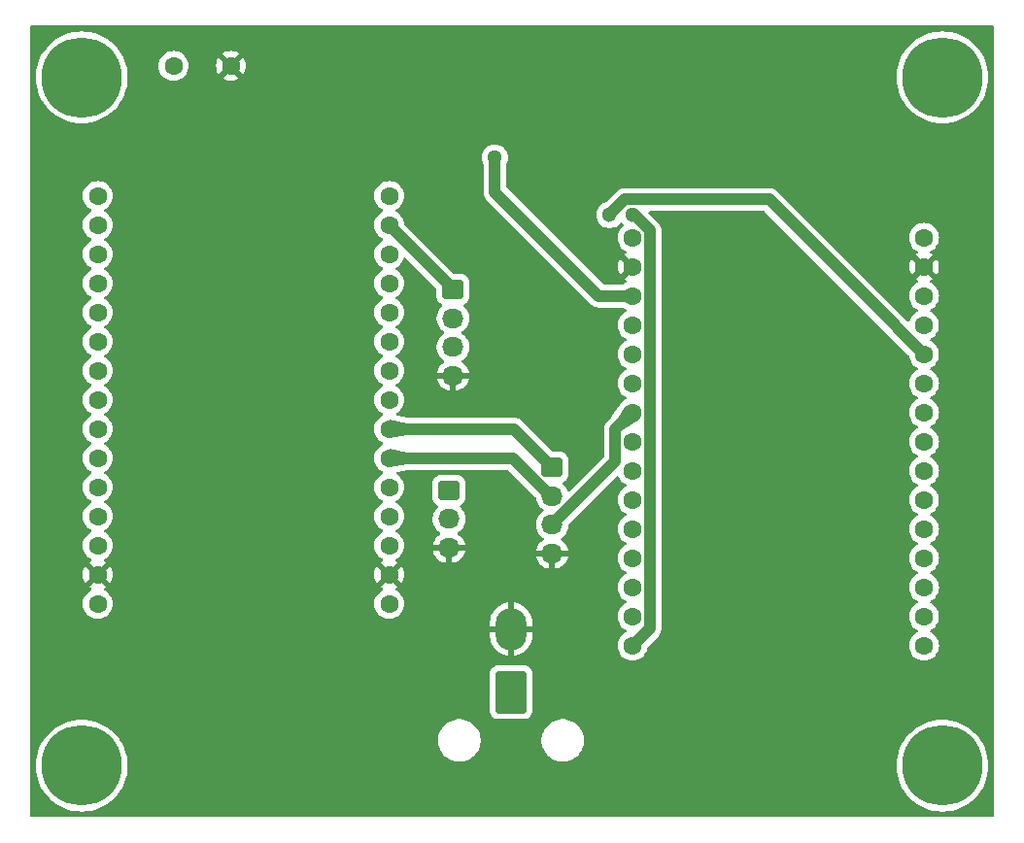
<source format=gbr>
%TF.GenerationSoftware,KiCad,Pcbnew,8.0.8*%
%TF.CreationDate,2025-06-20T17:29:20+09:00*%
%TF.ProjectId,2ndfloor_pole,326e6466-6c6f-46f7-925f-706f6c652e6b,rev?*%
%TF.SameCoordinates,Original*%
%TF.FileFunction,Copper,L2,Bot*%
%TF.FilePolarity,Positive*%
%FSLAX46Y46*%
G04 Gerber Fmt 4.6, Leading zero omitted, Abs format (unit mm)*
G04 Created by KiCad (PCBNEW 8.0.8) date 2025-06-20 17:29:20*
%MOMM*%
%LPD*%
G01*
G04 APERTURE LIST*
G04 Aperture macros list*
%AMRoundRect*
0 Rectangle with rounded corners*
0 $1 Rounding radius*
0 $2 $3 $4 $5 $6 $7 $8 $9 X,Y pos of 4 corners*
0 Add a 4 corners polygon primitive as box body*
4,1,4,$2,$3,$4,$5,$6,$7,$8,$9,$2,$3,0*
0 Add four circle primitives for the rounded corners*
1,1,$1+$1,$2,$3*
1,1,$1+$1,$4,$5*
1,1,$1+$1,$6,$7*
1,1,$1+$1,$8,$9*
0 Add four rect primitives between the rounded corners*
20,1,$1+$1,$2,$3,$4,$5,0*
20,1,$1+$1,$4,$5,$6,$7,0*
20,1,$1+$1,$6,$7,$8,$9,0*
20,1,$1+$1,$8,$9,$2,$3,0*%
G04 Aperture macros list end*
%TA.AperFunction,ComponentPad*%
%ADD10RoundRect,0.250000X-0.675000X0.600000X-0.675000X-0.600000X0.675000X-0.600000X0.675000X0.600000X0*%
%TD*%
%TA.AperFunction,ComponentPad*%
%ADD11O,1.850000X1.700000*%
%TD*%
%TA.AperFunction,ComponentPad*%
%ADD12C,7.000000*%
%TD*%
%TA.AperFunction,ComponentPad*%
%ADD13C,1.600000*%
%TD*%
%TA.AperFunction,ComponentPad*%
%ADD14RoundRect,0.250001X1.099999X1.599999X-1.099999X1.599999X-1.099999X-1.599999X1.099999X-1.599999X0*%
%TD*%
%TA.AperFunction,ComponentPad*%
%ADD15O,2.700000X3.700000*%
%TD*%
%TA.AperFunction,ViaPad*%
%ADD16C,1.300000*%
%TD*%
%TA.AperFunction,Conductor*%
%ADD17C,1.000000*%
%TD*%
G04 APERTURE END LIST*
D10*
%TO.P,J4,1,Pin_1*%
%TO.N,+5V*%
X94000000Y-95000000D03*
D11*
%TO.P,J4,2,Pin_2*%
%TO.N,/PWM_PIN*%
X94000000Y-97500000D03*
%TO.P,J4,3,Pin_3*%
%TO.N,GND*%
X94000000Y-100000000D03*
%TD*%
D12*
%TO.P,H1,1*%
%TO.N,N/C*%
X137000000Y-59000000D03*
%TD*%
D10*
%TO.P,J3,1,Pin_1*%
%TO.N,/SCL*%
X94350000Y-77500000D03*
D11*
%TO.P,J3,2,Pin_2*%
%TO.N,/SDA*%
X94350000Y-80000000D03*
%TO.P,J3,3,Pin_3*%
%TO.N,+5V*%
X94350000Y-82500000D03*
%TO.P,J3,4,Pin_4*%
%TO.N,GND*%
X94350000Y-85000000D03*
%TD*%
D13*
%TO.P,C1,1*%
%TO.N,Net-(C1-Pad1)*%
X70000000Y-58000000D03*
%TO.P,C1,2*%
%TO.N,GND*%
X75000000Y-58000000D03*
%TD*%
%TO.P,MOD2,1,GND*%
%TO.N,GND*%
X135400000Y-75520000D03*
X110000000Y-75520000D03*
%TO.P,MOD2,2,3V3*%
%TO.N,+3.3V*%
X110000000Y-72980000D03*
%TO.P,MOD2,3,EN*%
%TO.N,unconnected-(MOD2-EN-Pad3)*%
X135400000Y-108540000D03*
%TO.P,MOD2,4,SENSOR_VP*%
%TO.N,unconnected-(MOD2-SENSOR_VP-Pad4)*%
X135400000Y-106000000D03*
%TO.P,MOD2,5,SENSOR_VN*%
%TO.N,unconnected-(MOD2-SENSOR_VN-Pad5)*%
X135400000Y-103460000D03*
%TO.P,MOD2,6,IO34*%
%TO.N,unconnected-(MOD2-IO34-Pad6)*%
X135400000Y-100920000D03*
%TO.P,MOD2,7,IO35*%
%TO.N,unconnected-(MOD2-IO35-Pad7)*%
X135400000Y-98380000D03*
%TO.P,MOD2,8,IO32*%
%TO.N,unconnected-(MOD2-IO32-Pad8)*%
X135400000Y-95840000D03*
%TO.P,MOD2,9,IO33*%
%TO.N,unconnected-(MOD2-IO33-Pad9)*%
X135400000Y-93300000D03*
%TO.P,MOD2,10,IO25*%
%TO.N,unconnected-(MOD2-IO25-Pad10)*%
X135400000Y-90760000D03*
%TO.P,MOD2,11,IO26*%
%TO.N,unconnected-(MOD2-IO26-Pad11)*%
X135400000Y-88220000D03*
%TO.P,MOD2,12,IO27*%
%TO.N,unconnected-(MOD2-IO27-Pad12)*%
X135400000Y-85680000D03*
%TO.P,MOD2,13,IO14*%
%TO.N,/CS*%
X135400000Y-83140000D03*
%TO.P,MOD2,14,IO12*%
%TO.N,/CLK*%
X135400000Y-80600000D03*
%TO.P,MOD2,15,VIN*%
%TO.N,+5V*%
X135400000Y-72980000D03*
%TO.P,MOD2,16,IO13*%
%TO.N,/IRQ*%
X135400000Y-78060000D03*
%TO.P,MOD2,23,IO15*%
%TO.N,/RST*%
X110000000Y-78060000D03*
%TO.P,MOD2,24,IO2*%
%TO.N,unconnected-(MOD2-IO2-Pad24)*%
X110000000Y-80600000D03*
%TO.P,MOD2,26,IO4*%
%TO.N,unconnected-(MOD2-IO4-Pad26)*%
X110000000Y-83140000D03*
%TO.P,MOD2,27,IO16*%
%TO.N,unconnected-(MOD2-IO16-Pad27)*%
X110000000Y-85680000D03*
%TO.P,MOD2,28,IO17*%
%TO.N,/UWB_TX*%
X110000000Y-88220000D03*
%TO.P,MOD2,29,IO5*%
%TO.N,unconnected-(MOD2-IO5-Pad29)*%
X110000000Y-90760000D03*
%TO.P,MOD2,30,IO18*%
%TO.N,unconnected-(MOD2-IO18-Pad30)*%
X110000000Y-93300000D03*
%TO.P,MOD2,31,IO19*%
%TO.N,/MISO*%
X110000000Y-95840000D03*
%TO.P,MOD2,33,IO21*%
%TO.N,unconnected-(MOD2-IO21-Pad33)*%
X110000000Y-98380000D03*
%TO.P,MOD2,34,RXD0*%
%TO.N,unconnected-(MOD2-RXD0-Pad34)*%
X110000000Y-100920000D03*
%TO.P,MOD2,35,TXD0*%
%TO.N,unconnected-(MOD2-TXD0-Pad35)*%
X110000000Y-103460000D03*
%TO.P,MOD2,36,IO22*%
%TO.N,unconnected-(MOD2-IO22-Pad36)*%
X110000000Y-106000000D03*
%TO.P,MOD2,37,IO23*%
%TO.N,/MOSI*%
X110000000Y-108540000D03*
%TD*%
D12*
%TO.P,H4,1,1*%
%TO.N,Net-(C1-Pad1)*%
X62000000Y-59000000D03*
%TD*%
%TO.P,H2,1*%
%TO.N,N/C*%
X137000000Y-119000000D03*
%TD*%
D13*
%TO.P,MOD1,1,GND*%
%TO.N,GND*%
X63394712Y-102360274D03*
X88794712Y-102360274D03*
%TO.P,MOD1,2,3V3*%
%TO.N,unconnected-(MOD1-3V3-Pad2)*%
X88794712Y-104900274D03*
%TO.P,MOD1,3,EN*%
%TO.N,unconnected-(MOD1-EN-Pad3)*%
X63394712Y-69340274D03*
%TO.P,MOD1,4,SENSOR_VP*%
%TO.N,unconnected-(MOD1-SENSOR_VP-Pad4)*%
X63394712Y-71880274D03*
%TO.P,MOD1,5,SENSOR_VN*%
%TO.N,unconnected-(MOD1-SENSOR_VN-Pad5)*%
X63394712Y-74420274D03*
%TO.P,MOD1,6,IO34*%
%TO.N,unconnected-(MOD1-IO34-Pad6)*%
X63394712Y-76960274D03*
%TO.P,MOD1,7,IO35*%
%TO.N,unconnected-(MOD1-IO35-Pad7)*%
X63394712Y-79500274D03*
%TO.P,MOD1,8,IO32*%
%TO.N,unconnected-(MOD1-IO32-Pad8)*%
X63394712Y-82040274D03*
%TO.P,MOD1,9,IO33*%
%TO.N,unconnected-(MOD1-IO33-Pad9)*%
X63394712Y-84580274D03*
%TO.P,MOD1,10,IO25*%
%TO.N,unconnected-(MOD1-IO25-Pad10)*%
X63394712Y-87120274D03*
%TO.P,MOD1,11,IO26*%
%TO.N,unconnected-(MOD1-IO26-Pad11)*%
X63394712Y-89660274D03*
%TO.P,MOD1,12,IO27*%
%TO.N,unconnected-(MOD1-IO27-Pad12)*%
X63394712Y-92200274D03*
%TO.P,MOD1,13,IO14*%
%TO.N,unconnected-(MOD1-IO14-Pad13)*%
X63394712Y-94740274D03*
%TO.P,MOD1,14,IO12*%
%TO.N,unconnected-(MOD1-IO12-Pad14)*%
X63394712Y-97280274D03*
%TO.P,MOD1,15,VIN*%
%TO.N,+5V*%
X63394712Y-104900274D03*
%TO.P,MOD1,16,IO13*%
%TO.N,unconnected-(MOD1-IO13-Pad16)*%
X63394712Y-99820274D03*
%TO.P,MOD1,23,IO15*%
%TO.N,/PWM_PIN*%
X88794712Y-99820274D03*
%TO.P,MOD1,24,IO2*%
%TO.N,unconnected-(MOD1-IO2-Pad24)*%
X88794712Y-97280274D03*
%TO.P,MOD1,26,IO4*%
%TO.N,unconnected-(MOD1-IO4-Pad26)*%
X88794712Y-94740274D03*
%TO.P,MOD1,27,IO16*%
%TO.N,/HUSKY_RX*%
X88794712Y-92200274D03*
%TO.P,MOD1,28,IO17*%
%TO.N,/HUSKY_TX*%
X88794712Y-89660274D03*
%TO.P,MOD1,29,IO5*%
%TO.N,unconnected-(MOD1-IO5-Pad29)*%
X88794712Y-87120274D03*
%TO.P,MOD1,30,IO18*%
%TO.N,unconnected-(MOD1-IO18-Pad30)*%
X88794712Y-84580274D03*
%TO.P,MOD1,31,IO19*%
%TO.N,unconnected-(MOD1-IO19-Pad31)*%
X88794712Y-82040274D03*
%TO.P,MOD1,33,IO21*%
%TO.N,/SDA*%
X88794712Y-79500274D03*
%TO.P,MOD1,34,RXD0*%
%TO.N,unconnected-(MOD1-RXD0-Pad34)*%
X88794712Y-76960274D03*
%TO.P,MOD1,35,TXD0*%
%TO.N,unconnected-(MOD1-TXD0-Pad35)*%
X88794712Y-74420274D03*
%TO.P,MOD1,36,IO22*%
%TO.N,/SCL*%
X88794712Y-71880274D03*
%TO.P,MOD1,37,IO23*%
%TO.N,unconnected-(MOD1-IO23-Pad37)*%
X88794712Y-69340274D03*
%TD*%
D10*
%TO.P,J2,1,Pin_1*%
%TO.N,/HUSKY_TX*%
X103000000Y-93000000D03*
D11*
%TO.P,J2,2,Pin_2*%
%TO.N,/HUSKY_RX*%
X103000000Y-95500000D03*
%TO.P,J2,3,Pin_3*%
%TO.N,/UWB_TX*%
X103000000Y-98000000D03*
%TO.P,J2,4,Pin_4*%
%TO.N,GND*%
X103000000Y-100500000D03*
%TD*%
D14*
%TO.P,J1,1,Pin_1*%
%TO.N,+5V*%
X99412278Y-112597661D03*
D15*
%TO.P,J1,2,Pin_2*%
%TO.N,GND*%
X99412278Y-107097661D03*
%TD*%
D12*
%TO.P,H3,1*%
%TO.N,N/C*%
X62000000Y-119000000D03*
%TD*%
D16*
%TO.N,GND*%
X125000000Y-86000000D03*
X122000000Y-86000000D03*
X119000000Y-83000000D03*
X79000000Y-87000000D03*
X125000000Y-83000000D03*
X76000000Y-84000000D03*
X119000000Y-86000000D03*
X79000000Y-84000000D03*
X73000000Y-87000000D03*
X76000000Y-87000000D03*
X79000000Y-81000000D03*
X76000000Y-81000000D03*
X73000000Y-81000000D03*
X73000000Y-84000000D03*
X125000000Y-80000000D03*
X119000000Y-80000000D03*
X122000000Y-83000000D03*
X122000000Y-80000000D03*
%TO.N,/MOSI*%
X110000000Y-71000000D03*
%TO.N,/RST*%
X98000000Y-66000000D03*
%TO.N,/CS*%
X108000000Y-71000000D03*
%TD*%
D17*
%TO.N,/UWB_TX*%
X108500000Y-89720000D02*
X110000000Y-88220000D01*
X108500000Y-92500000D02*
X108500000Y-89720000D01*
X103000000Y-98000000D02*
X108500000Y-92500000D01*
%TO.N,/HUSKY_TX*%
X99660274Y-89660274D02*
X103000000Y-93000000D01*
X88794712Y-89660274D02*
X99660274Y-89660274D01*
%TO.N,/HUSKY_RX*%
X102874570Y-95500000D02*
X103000000Y-95500000D01*
X99574844Y-92200274D02*
X102874570Y-95500000D01*
X88794712Y-92200274D02*
X99574844Y-92200274D01*
%TO.N,/SCL*%
X94350000Y-77500000D02*
X94350000Y-77435562D01*
X94350000Y-77435562D02*
X88794712Y-71880274D01*
%TO.N,/MOSI*%
X111500000Y-107040000D02*
X110000000Y-108540000D01*
X110141321Y-71000000D02*
X111500000Y-72358679D01*
X111500000Y-72358679D02*
X111500000Y-107040000D01*
X110000000Y-71000000D02*
X110141321Y-71000000D01*
%TO.N,/RST*%
X98000000Y-69000000D02*
X107060000Y-78060000D01*
X98000000Y-69000000D02*
X98000000Y-66000000D01*
X107060000Y-78060000D02*
X110000000Y-78060000D01*
%TO.N,/CS*%
X121910000Y-69650000D02*
X130630000Y-78370000D01*
X130630000Y-78370000D02*
X135400000Y-83140000D01*
X108000000Y-71000000D02*
X109350000Y-69650000D01*
X109350000Y-69650000D02*
X121910000Y-69650000D01*
%TD*%
%TA.AperFunction,Conductor*%
%TO.N,/HUSKY_RX*%
G36*
X88808543Y-91402867D02*
G01*
X90385169Y-91698484D01*
X90392668Y-91703377D01*
X90394712Y-91709984D01*
X90394712Y-92690563D01*
X90391285Y-92698836D01*
X90385168Y-92702063D01*
X88808550Y-92997679D01*
X88799787Y-92995835D01*
X88794894Y-92988335D01*
X88794694Y-92986194D01*
X88793712Y-92200304D01*
X88793712Y-92200274D01*
X88794694Y-91414353D01*
X88798131Y-91406085D01*
X88806409Y-91402668D01*
X88808543Y-91402867D01*
G37*
%TD.AperFunction*%
%TD*%
%TA.AperFunction,Conductor*%
%TO.N,/UWB_TX*%
G36*
X109442627Y-87662885D02*
G01*
X109444283Y-87664258D01*
X110000707Y-88219293D01*
X110000727Y-88219313D01*
X110555741Y-88775716D01*
X110559158Y-88783994D01*
X110555721Y-88792262D01*
X110554065Y-88793635D01*
X109230196Y-89699439D01*
X109221433Y-89701283D01*
X109215316Y-89698056D01*
X108521943Y-89004683D01*
X108518516Y-88996410D01*
X108520560Y-88989803D01*
X108654780Y-88793635D01*
X109426366Y-87665932D01*
X109433864Y-87661041D01*
X109442627Y-87662885D01*
G37*
%TD.AperFunction*%
%TD*%
%TA.AperFunction,Conductor*%
%TO.N,/HUSKY_TX*%
G36*
X88808543Y-88862867D02*
G01*
X90385169Y-89158484D01*
X90392668Y-89163377D01*
X90394712Y-89169984D01*
X90394712Y-90150563D01*
X90391285Y-90158836D01*
X90385168Y-90162063D01*
X88808550Y-90457679D01*
X88799787Y-90455835D01*
X88794894Y-90448335D01*
X88794694Y-90446194D01*
X88793712Y-89660304D01*
X88793712Y-89660274D01*
X88794694Y-88874353D01*
X88798131Y-88866085D01*
X88806409Y-88862668D01*
X88808543Y-88862867D01*
G37*
%TD.AperFunction*%
%TD*%
%TA.AperFunction,Conductor*%
%TO.N,GND*%
G36*
X141442539Y-54520185D02*
G01*
X141488294Y-54572989D01*
X141499500Y-54624500D01*
X141499500Y-123375500D01*
X141479815Y-123442539D01*
X141427011Y-123488294D01*
X141375500Y-123499500D01*
X57624500Y-123499500D01*
X57557461Y-123479815D01*
X57511706Y-123427011D01*
X57500500Y-123375500D01*
X57500500Y-119000000D01*
X57994675Y-119000000D01*
X58013962Y-119392591D01*
X58013962Y-119392597D01*
X58013963Y-119392599D01*
X58071637Y-119781406D01*
X58167143Y-120162684D01*
X58299561Y-120532770D01*
X58299562Y-120532772D01*
X58467620Y-120888100D01*
X58669692Y-121225236D01*
X58903846Y-121540956D01*
X59167807Y-121832192D01*
X59459043Y-122096153D01*
X59459049Y-122096158D01*
X59774761Y-122330306D01*
X59774763Y-122330307D01*
X60111899Y-122532379D01*
X60111902Y-122532380D01*
X60111903Y-122532381D01*
X60467228Y-122700438D01*
X60837316Y-122832857D01*
X61218600Y-122928364D01*
X61607409Y-122986038D01*
X62000000Y-123005325D01*
X62392591Y-122986038D01*
X62781400Y-122928364D01*
X63162684Y-122832857D01*
X63532772Y-122700438D01*
X63888097Y-122532381D01*
X64225239Y-122330306D01*
X64540951Y-122096158D01*
X64832192Y-121832192D01*
X65096158Y-121540951D01*
X65330306Y-121225239D01*
X65532381Y-120888097D01*
X65700438Y-120532772D01*
X65832857Y-120162684D01*
X65928364Y-119781400D01*
X65986038Y-119392591D01*
X66005325Y-119000000D01*
X132994675Y-119000000D01*
X133013962Y-119392591D01*
X133013962Y-119392597D01*
X133013963Y-119392599D01*
X133071637Y-119781406D01*
X133167143Y-120162684D01*
X133299561Y-120532770D01*
X133299562Y-120532772D01*
X133467620Y-120888100D01*
X133669692Y-121225236D01*
X133903846Y-121540956D01*
X134167807Y-121832192D01*
X134459043Y-122096153D01*
X134459049Y-122096158D01*
X134774761Y-122330306D01*
X134774763Y-122330307D01*
X135111899Y-122532379D01*
X135111902Y-122532380D01*
X135111903Y-122532381D01*
X135467228Y-122700438D01*
X135837316Y-122832857D01*
X136218600Y-122928364D01*
X136607409Y-122986038D01*
X137000000Y-123005325D01*
X137392591Y-122986038D01*
X137781400Y-122928364D01*
X138162684Y-122832857D01*
X138532772Y-122700438D01*
X138888097Y-122532381D01*
X139225239Y-122330306D01*
X139540951Y-122096158D01*
X139832192Y-121832192D01*
X140096158Y-121540951D01*
X140330306Y-121225239D01*
X140532381Y-120888097D01*
X140700438Y-120532772D01*
X140832857Y-120162684D01*
X140928364Y-119781400D01*
X140986038Y-119392591D01*
X141005325Y-119000000D01*
X140986038Y-118607409D01*
X140928364Y-118218600D01*
X140832857Y-117837316D01*
X140700438Y-117467228D01*
X140532381Y-117111903D01*
X140330306Y-116774761D01*
X140096158Y-116459049D01*
X140096153Y-116459043D01*
X139832192Y-116167807D01*
X139540956Y-115903846D01*
X139356942Y-115767372D01*
X139225239Y-115669694D01*
X139225236Y-115669692D01*
X138888100Y-115467620D01*
X138532772Y-115299562D01*
X138532770Y-115299561D01*
X138162684Y-115167143D01*
X137781406Y-115071637D01*
X137781401Y-115071636D01*
X137781400Y-115071636D01*
X137637256Y-115050254D01*
X137392599Y-115013963D01*
X137392597Y-115013962D01*
X137392591Y-115013962D01*
X137000000Y-114994675D01*
X136607409Y-115013962D01*
X136607403Y-115013962D01*
X136607400Y-115013963D01*
X136218593Y-115071637D01*
X135837315Y-115167143D01*
X135467229Y-115299561D01*
X135467227Y-115299562D01*
X135111899Y-115467620D01*
X134774763Y-115669692D01*
X134459043Y-115903846D01*
X134167807Y-116167807D01*
X133903846Y-116459043D01*
X133669692Y-116774763D01*
X133467620Y-117111899D01*
X133299562Y-117467227D01*
X133299561Y-117467229D01*
X133167143Y-117837315D01*
X133071637Y-118218593D01*
X133021927Y-118553715D01*
X133013962Y-118607409D01*
X132994675Y-119000000D01*
X66005325Y-119000000D01*
X65986038Y-118607409D01*
X65928364Y-118218600D01*
X65832857Y-117837316D01*
X65700438Y-117467228D01*
X65532381Y-117111903D01*
X65330306Y-116774761D01*
X65257336Y-116676372D01*
X93061778Y-116676372D01*
X93061778Y-116918949D01*
X93093439Y-117159446D01*
X93156225Y-117393765D01*
X93186655Y-117467229D01*
X93249054Y-117617873D01*
X93370342Y-117827950D01*
X93370344Y-117827953D01*
X93370345Y-117827954D01*
X93518011Y-118020397D01*
X93518017Y-118020404D01*
X93689534Y-118191921D01*
X93689540Y-118191926D01*
X93881989Y-118339597D01*
X94092066Y-118460885D01*
X94316178Y-118553715D01*
X94550489Y-118616499D01*
X94730864Y-118640245D01*
X94790989Y-118648161D01*
X94790990Y-118648161D01*
X95033567Y-118648161D01*
X95081666Y-118641828D01*
X95274067Y-118616499D01*
X95508378Y-118553715D01*
X95732490Y-118460885D01*
X95942567Y-118339597D01*
X96135016Y-118191926D01*
X96306543Y-118020399D01*
X96454214Y-117827950D01*
X96575502Y-117617873D01*
X96668332Y-117393761D01*
X96731116Y-117159450D01*
X96762778Y-116918949D01*
X96762778Y-116676373D01*
X96762778Y-116676372D01*
X102061778Y-116676372D01*
X102061778Y-116918949D01*
X102093439Y-117159446D01*
X102156225Y-117393765D01*
X102186655Y-117467229D01*
X102249054Y-117617873D01*
X102370342Y-117827950D01*
X102370344Y-117827953D01*
X102370345Y-117827954D01*
X102518011Y-118020397D01*
X102518017Y-118020404D01*
X102689534Y-118191921D01*
X102689540Y-118191926D01*
X102881989Y-118339597D01*
X103092066Y-118460885D01*
X103316178Y-118553715D01*
X103550489Y-118616499D01*
X103730864Y-118640245D01*
X103790989Y-118648161D01*
X103790990Y-118648161D01*
X104033567Y-118648161D01*
X104081666Y-118641828D01*
X104274067Y-118616499D01*
X104508378Y-118553715D01*
X104732490Y-118460885D01*
X104942567Y-118339597D01*
X105135016Y-118191926D01*
X105306543Y-118020399D01*
X105454214Y-117827950D01*
X105575502Y-117617873D01*
X105668332Y-117393761D01*
X105731116Y-117159450D01*
X105762778Y-116918949D01*
X105762778Y-116676373D01*
X105731116Y-116435872D01*
X105668332Y-116201561D01*
X105575502Y-115977449D01*
X105454214Y-115767372D01*
X105306543Y-115574923D01*
X105306538Y-115574917D01*
X105135021Y-115403400D01*
X105135014Y-115403394D01*
X104942571Y-115255728D01*
X104942570Y-115255727D01*
X104942567Y-115255725D01*
X104732490Y-115134437D01*
X104732483Y-115134434D01*
X104508382Y-115041608D01*
X104274063Y-114978822D01*
X104033567Y-114947161D01*
X104033566Y-114947161D01*
X103790990Y-114947161D01*
X103790989Y-114947161D01*
X103550492Y-114978822D01*
X103316173Y-115041608D01*
X103092072Y-115134434D01*
X103092063Y-115134438D01*
X102881984Y-115255728D01*
X102689541Y-115403394D01*
X102689534Y-115403400D01*
X102518017Y-115574917D01*
X102518011Y-115574924D01*
X102370345Y-115767367D01*
X102249055Y-115977446D01*
X102249051Y-115977455D01*
X102156225Y-116201556D01*
X102093439Y-116435875D01*
X102061778Y-116676372D01*
X96762778Y-116676372D01*
X96731116Y-116435872D01*
X96668332Y-116201561D01*
X96575502Y-115977449D01*
X96454214Y-115767372D01*
X96306543Y-115574923D01*
X96306538Y-115574917D01*
X96135021Y-115403400D01*
X96135014Y-115403394D01*
X95942571Y-115255728D01*
X95942570Y-115255727D01*
X95942567Y-115255725D01*
X95732490Y-115134437D01*
X95732483Y-115134434D01*
X95508382Y-115041608D01*
X95274063Y-114978822D01*
X95033567Y-114947161D01*
X95033566Y-114947161D01*
X94790990Y-114947161D01*
X94790989Y-114947161D01*
X94550492Y-114978822D01*
X94316173Y-115041608D01*
X94092072Y-115134434D01*
X94092063Y-115134438D01*
X93881984Y-115255728D01*
X93689541Y-115403394D01*
X93689534Y-115403400D01*
X93518017Y-115574917D01*
X93518011Y-115574924D01*
X93370345Y-115767367D01*
X93249055Y-115977446D01*
X93249051Y-115977455D01*
X93156225Y-116201556D01*
X93093439Y-116435875D01*
X93061778Y-116676372D01*
X65257336Y-116676372D01*
X65096158Y-116459049D01*
X65096153Y-116459043D01*
X64832192Y-116167807D01*
X64540956Y-115903846D01*
X64356942Y-115767372D01*
X64225239Y-115669694D01*
X64225236Y-115669692D01*
X63888100Y-115467620D01*
X63532772Y-115299562D01*
X63532770Y-115299561D01*
X63162684Y-115167143D01*
X62781406Y-115071637D01*
X62781401Y-115071636D01*
X62781400Y-115071636D01*
X62637256Y-115050254D01*
X62392599Y-115013963D01*
X62392597Y-115013962D01*
X62392591Y-115013962D01*
X62000000Y-114994675D01*
X61607409Y-115013962D01*
X61607403Y-115013962D01*
X61607400Y-115013963D01*
X61218593Y-115071637D01*
X60837315Y-115167143D01*
X60467229Y-115299561D01*
X60467227Y-115299562D01*
X60111899Y-115467620D01*
X59774763Y-115669692D01*
X59459043Y-115903846D01*
X59167807Y-116167807D01*
X58903846Y-116459043D01*
X58669692Y-116774763D01*
X58467620Y-117111899D01*
X58299562Y-117467227D01*
X58299561Y-117467229D01*
X58167143Y-117837315D01*
X58071637Y-118218593D01*
X58021927Y-118553715D01*
X58013962Y-118607409D01*
X57994675Y-119000000D01*
X57500500Y-119000000D01*
X57500500Y-110947645D01*
X97561778Y-110947645D01*
X97561778Y-114247676D01*
X97572278Y-114350456D01*
X97572279Y-114350457D01*
X97627464Y-114516996D01*
X97627465Y-114516998D01*
X97719564Y-114666312D01*
X97719567Y-114666316D01*
X97843622Y-114790371D01*
X97843626Y-114790374D01*
X97992940Y-114882473D01*
X97992942Y-114882474D01*
X97992944Y-114882475D01*
X98159481Y-114937660D01*
X98262270Y-114948161D01*
X98262275Y-114948161D01*
X100562281Y-114948161D01*
X100562286Y-114948161D01*
X100665075Y-114937660D01*
X100831612Y-114882475D01*
X100980933Y-114790372D01*
X101104989Y-114666316D01*
X101197092Y-114516995D01*
X101252277Y-114350458D01*
X101262778Y-114247669D01*
X101262778Y-110947653D01*
X101252277Y-110844864D01*
X101197092Y-110678327D01*
X101104989Y-110529006D01*
X100980933Y-110404950D01*
X100980929Y-110404947D01*
X100831615Y-110312848D01*
X100831613Y-110312847D01*
X100748343Y-110285254D01*
X100665075Y-110257662D01*
X100665073Y-110257661D01*
X100562293Y-110247161D01*
X100562286Y-110247161D01*
X98262270Y-110247161D01*
X98262262Y-110247161D01*
X98159482Y-110257661D01*
X98159481Y-110257662D01*
X97992942Y-110312847D01*
X97992940Y-110312848D01*
X97843626Y-110404947D01*
X97843622Y-110404950D01*
X97719567Y-110529005D01*
X97719564Y-110529009D01*
X97627465Y-110678323D01*
X97627464Y-110678325D01*
X97572279Y-110844864D01*
X97572278Y-110844865D01*
X97561778Y-110947645D01*
X57500500Y-110947645D01*
X57500500Y-106476412D01*
X97562278Y-106476412D01*
X97562278Y-106847661D01*
X98544374Y-106847661D01*
X98512278Y-107009019D01*
X98512278Y-107186303D01*
X98544374Y-107347661D01*
X97562278Y-107347661D01*
X97562278Y-107718909D01*
X97562279Y-107718925D01*
X97593931Y-107959348D01*
X97656699Y-108193600D01*
X97749498Y-108417639D01*
X97749505Y-108417654D01*
X97870758Y-108627670D01*
X98018388Y-108820066D01*
X98018394Y-108820073D01*
X98189865Y-108991544D01*
X98189872Y-108991550D01*
X98382268Y-109139180D01*
X98592284Y-109260433D01*
X98592299Y-109260440D01*
X98816338Y-109353239D01*
X99050590Y-109416007D01*
X99162278Y-109430710D01*
X99162278Y-107965565D01*
X99323636Y-107997661D01*
X99500920Y-107997661D01*
X99662278Y-107965565D01*
X99662278Y-109430709D01*
X99773965Y-109416007D01*
X100008217Y-109353239D01*
X100232256Y-109260440D01*
X100232271Y-109260433D01*
X100442287Y-109139180D01*
X100634683Y-108991550D01*
X100634690Y-108991544D01*
X100806161Y-108820073D01*
X100806167Y-108820066D01*
X100953797Y-108627670D01*
X101075050Y-108417654D01*
X101075057Y-108417639D01*
X101167856Y-108193600D01*
X101230624Y-107959348D01*
X101262276Y-107718925D01*
X101262278Y-107718909D01*
X101262278Y-107347661D01*
X100280182Y-107347661D01*
X100312278Y-107186303D01*
X100312278Y-107009019D01*
X100280182Y-106847661D01*
X101262278Y-106847661D01*
X101262278Y-106476412D01*
X101262276Y-106476396D01*
X101230624Y-106235973D01*
X101167856Y-106001721D01*
X101075057Y-105777682D01*
X101075050Y-105777667D01*
X100953797Y-105567651D01*
X100806167Y-105375255D01*
X100806161Y-105375248D01*
X100634690Y-105203777D01*
X100634683Y-105203771D01*
X100442287Y-105056141D01*
X100232271Y-104934888D01*
X100232256Y-104934881D01*
X100008217Y-104842082D01*
X99773965Y-104779314D01*
X99662278Y-104764609D01*
X99662278Y-106229756D01*
X99500920Y-106197661D01*
X99323636Y-106197661D01*
X99162278Y-106229756D01*
X99162278Y-104764609D01*
X99162277Y-104764609D01*
X99050590Y-104779314D01*
X98816338Y-104842082D01*
X98592299Y-104934881D01*
X98592284Y-104934888D01*
X98382268Y-105056141D01*
X98189872Y-105203771D01*
X98189865Y-105203777D01*
X98018394Y-105375248D01*
X98018388Y-105375255D01*
X97870758Y-105567651D01*
X97749505Y-105777667D01*
X97749498Y-105777682D01*
X97656699Y-106001721D01*
X97593931Y-106235973D01*
X97562279Y-106476396D01*
X97562278Y-106476412D01*
X57500500Y-106476412D01*
X57500500Y-69340272D01*
X62089244Y-69340272D01*
X62089244Y-69340275D01*
X62109076Y-69566960D01*
X62109078Y-69566971D01*
X62167970Y-69786762D01*
X62167973Y-69786771D01*
X62264143Y-69993006D01*
X62264144Y-69993008D01*
X62394666Y-70179415D01*
X62555570Y-70340319D01*
X62555573Y-70340321D01*
X62741978Y-70470842D01*
X62799987Y-70497892D01*
X62852426Y-70544065D01*
X62871578Y-70611258D01*
X62851362Y-70678139D01*
X62799987Y-70722656D01*
X62741979Y-70749705D01*
X62741977Y-70749706D01*
X62555570Y-70880228D01*
X62394666Y-71041132D01*
X62264144Y-71227539D01*
X62264143Y-71227541D01*
X62167973Y-71433776D01*
X62167970Y-71433785D01*
X62109078Y-71653576D01*
X62109076Y-71653587D01*
X62089244Y-71880272D01*
X62089244Y-71880275D01*
X62109076Y-72106960D01*
X62109078Y-72106971D01*
X62167970Y-72326762D01*
X62167973Y-72326771D01*
X62264143Y-72533006D01*
X62264144Y-72533008D01*
X62394666Y-72719415D01*
X62555570Y-72880319D01*
X62555573Y-72880321D01*
X62741978Y-73010842D01*
X62799987Y-73037892D01*
X62852426Y-73084065D01*
X62871578Y-73151258D01*
X62851362Y-73218139D01*
X62799987Y-73262656D01*
X62741979Y-73289705D01*
X62741977Y-73289706D01*
X62555570Y-73420228D01*
X62394666Y-73581132D01*
X62264144Y-73767539D01*
X62264143Y-73767541D01*
X62167973Y-73973776D01*
X62167970Y-73973785D01*
X62109078Y-74193576D01*
X62109076Y-74193587D01*
X62089244Y-74420272D01*
X62089244Y-74420275D01*
X62109076Y-74646960D01*
X62109078Y-74646971D01*
X62167970Y-74866762D01*
X62167973Y-74866771D01*
X62264143Y-75073006D01*
X62264144Y-75073008D01*
X62394666Y-75259415D01*
X62555570Y-75420319D01*
X62555573Y-75420321D01*
X62741978Y-75550842D01*
X62788769Y-75572661D01*
X62799987Y-75577892D01*
X62852426Y-75624065D01*
X62871578Y-75691258D01*
X62851362Y-75758139D01*
X62799987Y-75802656D01*
X62741979Y-75829705D01*
X62741977Y-75829706D01*
X62555570Y-75960228D01*
X62394666Y-76121132D01*
X62264144Y-76307539D01*
X62264143Y-76307541D01*
X62167973Y-76513776D01*
X62167970Y-76513785D01*
X62109078Y-76733576D01*
X62109076Y-76733587D01*
X62089244Y-76960272D01*
X62089244Y-76960275D01*
X62109076Y-77186960D01*
X62109078Y-77186971D01*
X62167970Y-77406762D01*
X62167973Y-77406771D01*
X62264143Y-77613006D01*
X62264144Y-77613008D01*
X62394666Y-77799415D01*
X62555570Y-77960319D01*
X62555573Y-77960321D01*
X62741978Y-78090842D01*
X62799987Y-78117892D01*
X62852426Y-78164065D01*
X62871578Y-78231258D01*
X62851362Y-78298139D01*
X62799987Y-78342656D01*
X62741979Y-78369705D01*
X62741977Y-78369706D01*
X62555570Y-78500228D01*
X62394666Y-78661132D01*
X62264144Y-78847539D01*
X62264143Y-78847541D01*
X62167973Y-79053776D01*
X62167970Y-79053785D01*
X62109078Y-79273576D01*
X62109076Y-79273587D01*
X62089244Y-79500272D01*
X62089244Y-79500275D01*
X62109076Y-79726960D01*
X62109078Y-79726971D01*
X62167970Y-79946762D01*
X62167973Y-79946771D01*
X62264143Y-80153006D01*
X62264144Y-80153008D01*
X62394666Y-80339415D01*
X62555570Y-80500319D01*
X62555573Y-80500321D01*
X62741978Y-80630842D01*
X62799987Y-80657892D01*
X62852426Y-80704065D01*
X62871578Y-80771258D01*
X62851362Y-80838139D01*
X62799987Y-80882656D01*
X62741979Y-80909705D01*
X62741977Y-80909706D01*
X62555570Y-81040228D01*
X62394666Y-81201132D01*
X62264144Y-81387539D01*
X62264143Y-81387541D01*
X62167973Y-81593776D01*
X62167970Y-81593785D01*
X62109078Y-81813576D01*
X62109076Y-81813587D01*
X62089244Y-82040272D01*
X62089244Y-82040275D01*
X62109076Y-82266960D01*
X62109078Y-82266971D01*
X62167970Y-82486762D01*
X62167973Y-82486771D01*
X62264143Y-82693006D01*
X62264144Y-82693008D01*
X62394666Y-82879415D01*
X62555570Y-83040319D01*
X62555573Y-83040321D01*
X62741978Y-83170842D01*
X62799987Y-83197892D01*
X62852426Y-83244065D01*
X62871578Y-83311258D01*
X62851362Y-83378139D01*
X62799987Y-83422656D01*
X62741979Y-83449705D01*
X62741977Y-83449706D01*
X62555570Y-83580228D01*
X62394666Y-83741132D01*
X62264144Y-83927539D01*
X62264143Y-83927541D01*
X62167973Y-84133776D01*
X62167970Y-84133785D01*
X62109078Y-84353576D01*
X62109076Y-84353587D01*
X62089244Y-84580272D01*
X62089244Y-84580275D01*
X62109076Y-84806960D01*
X62109078Y-84806971D01*
X62167970Y-85026762D01*
X62167973Y-85026771D01*
X62264143Y-85233006D01*
X62264144Y-85233008D01*
X62394666Y-85419415D01*
X62555570Y-85580319D01*
X62555573Y-85580321D01*
X62741978Y-85710842D01*
X62799987Y-85737892D01*
X62852426Y-85784065D01*
X62871578Y-85851258D01*
X62851362Y-85918139D01*
X62799987Y-85962656D01*
X62741979Y-85989705D01*
X62741977Y-85989706D01*
X62555570Y-86120228D01*
X62394666Y-86281132D01*
X62264144Y-86467539D01*
X62264143Y-86467541D01*
X62167973Y-86673776D01*
X62167970Y-86673785D01*
X62109078Y-86893576D01*
X62109076Y-86893587D01*
X62089244Y-87120272D01*
X62089244Y-87120275D01*
X62109076Y-87346960D01*
X62109078Y-87346971D01*
X62167970Y-87566762D01*
X62167973Y-87566771D01*
X62264143Y-87773006D01*
X62264144Y-87773008D01*
X62394666Y-87959415D01*
X62555570Y-88120319D01*
X62555573Y-88120321D01*
X62741978Y-88250842D01*
X62756872Y-88257787D01*
X62799987Y-88277892D01*
X62852426Y-88324065D01*
X62871578Y-88391258D01*
X62851362Y-88458139D01*
X62799987Y-88502656D01*
X62741979Y-88529705D01*
X62741977Y-88529706D01*
X62555570Y-88660228D01*
X62394666Y-88821132D01*
X62264144Y-89007539D01*
X62264143Y-89007541D01*
X62167973Y-89213776D01*
X62167970Y-89213785D01*
X62109078Y-89433576D01*
X62109076Y-89433587D01*
X62089244Y-89660272D01*
X62089244Y-89660275D01*
X62109076Y-89886960D01*
X62109078Y-89886971D01*
X62167970Y-90106762D01*
X62167973Y-90106771D01*
X62264143Y-90313006D01*
X62264144Y-90313008D01*
X62394666Y-90499415D01*
X62555570Y-90660319D01*
X62555573Y-90660321D01*
X62741978Y-90790842D01*
X62779625Y-90808397D01*
X62799987Y-90817892D01*
X62852426Y-90864065D01*
X62871578Y-90931258D01*
X62851362Y-90998139D01*
X62799987Y-91042656D01*
X62741979Y-91069705D01*
X62741977Y-91069706D01*
X62555570Y-91200228D01*
X62394666Y-91361132D01*
X62264144Y-91547539D01*
X62264143Y-91547541D01*
X62167973Y-91753776D01*
X62167970Y-91753785D01*
X62109078Y-91973576D01*
X62109076Y-91973587D01*
X62089244Y-92200272D01*
X62089244Y-92200275D01*
X62109076Y-92426960D01*
X62109078Y-92426971D01*
X62167970Y-92646762D01*
X62167973Y-92646771D01*
X62264143Y-92853006D01*
X62264144Y-92853008D01*
X62394666Y-93039415D01*
X62555570Y-93200319D01*
X62555573Y-93200321D01*
X62741978Y-93330842D01*
X62799987Y-93357892D01*
X62852426Y-93404065D01*
X62871578Y-93471258D01*
X62851362Y-93538139D01*
X62799987Y-93582656D01*
X62741979Y-93609705D01*
X62741977Y-93609706D01*
X62555570Y-93740228D01*
X62394666Y-93901132D01*
X62264144Y-94087539D01*
X62264143Y-94087541D01*
X62167973Y-94293776D01*
X62167970Y-94293785D01*
X62109078Y-94513576D01*
X62109076Y-94513587D01*
X62089244Y-94740272D01*
X62089244Y-94740275D01*
X62109076Y-94966960D01*
X62109078Y-94966971D01*
X62167970Y-95186762D01*
X62167973Y-95186771D01*
X62264143Y-95393006D01*
X62264144Y-95393008D01*
X62394666Y-95579415D01*
X62555570Y-95740319D01*
X62555573Y-95740321D01*
X62741978Y-95870842D01*
X62799987Y-95897892D01*
X62852426Y-95944065D01*
X62871578Y-96011258D01*
X62851362Y-96078139D01*
X62799987Y-96122656D01*
X62741979Y-96149705D01*
X62741977Y-96149706D01*
X62555570Y-96280228D01*
X62394666Y-96441132D01*
X62264144Y-96627539D01*
X62264143Y-96627541D01*
X62167973Y-96833776D01*
X62167970Y-96833785D01*
X62109078Y-97053576D01*
X62109076Y-97053587D01*
X62089244Y-97280272D01*
X62089244Y-97280275D01*
X62109076Y-97506960D01*
X62109078Y-97506971D01*
X62167970Y-97726762D01*
X62167973Y-97726771D01*
X62264143Y-97933006D01*
X62264144Y-97933008D01*
X62394666Y-98119415D01*
X62555570Y-98280319D01*
X62555573Y-98280321D01*
X62741978Y-98410842D01*
X62799987Y-98437892D01*
X62852426Y-98484065D01*
X62871578Y-98551258D01*
X62851362Y-98618139D01*
X62799987Y-98662655D01*
X62782984Y-98670584D01*
X62741979Y-98689705D01*
X62741977Y-98689706D01*
X62555570Y-98820228D01*
X62394666Y-98981132D01*
X62264144Y-99167539D01*
X62264143Y-99167541D01*
X62167973Y-99373776D01*
X62167970Y-99373785D01*
X62109078Y-99593576D01*
X62109076Y-99593587D01*
X62089244Y-99820272D01*
X62089244Y-99820275D01*
X62109076Y-100046960D01*
X62109078Y-100046971D01*
X62167970Y-100266762D01*
X62167973Y-100266771D01*
X62264143Y-100473006D01*
X62264144Y-100473008D01*
X62394666Y-100659415D01*
X62555570Y-100820319D01*
X62555573Y-100820321D01*
X62741978Y-100950842D01*
X62800577Y-100978167D01*
X62853017Y-101024339D01*
X62872169Y-101091532D01*
X62851954Y-101158413D01*
X62800579Y-101202931D01*
X62742225Y-101230142D01*
X62742224Y-101230142D01*
X62669238Y-101281247D01*
X62669238Y-101281248D01*
X63348265Y-101960274D01*
X63342051Y-101960274D01*
X63240318Y-101987533D01*
X63149106Y-102040194D01*
X63074632Y-102114668D01*
X63021971Y-102205880D01*
X62994712Y-102307613D01*
X62994712Y-102313826D01*
X62315686Y-101634800D01*
X62315685Y-101634800D01*
X62264580Y-101707786D01*
X62264578Y-101707790D01*
X62168446Y-101913947D01*
X62168442Y-101913956D01*
X62109572Y-102133663D01*
X62109570Y-102133674D01*
X62089746Y-102360271D01*
X62089746Y-102360276D01*
X62109570Y-102586873D01*
X62109572Y-102586884D01*
X62168442Y-102806591D01*
X62168447Y-102806605D01*
X62264575Y-103012752D01*
X62315686Y-103085746D01*
X62994712Y-102406720D01*
X62994712Y-102412935D01*
X63021971Y-102514668D01*
X63074632Y-102605880D01*
X63149106Y-102680354D01*
X63240318Y-102733015D01*
X63342051Y-102760274D01*
X63348265Y-102760274D01*
X62669238Y-103439299D01*
X62742225Y-103490406D01*
X62742233Y-103490410D01*
X62800576Y-103517616D01*
X62853016Y-103563788D01*
X62872168Y-103630981D01*
X62851953Y-103697863D01*
X62800578Y-103742379D01*
X62741984Y-103769702D01*
X62741977Y-103769706D01*
X62555570Y-103900228D01*
X62394666Y-104061132D01*
X62264144Y-104247539D01*
X62264143Y-104247541D01*
X62167973Y-104453776D01*
X62167970Y-104453785D01*
X62109078Y-104673576D01*
X62109076Y-104673587D01*
X62089244Y-104900272D01*
X62089244Y-104900275D01*
X62109076Y-105126960D01*
X62109078Y-105126971D01*
X62167970Y-105346762D01*
X62167973Y-105346771D01*
X62264143Y-105553006D01*
X62264144Y-105553008D01*
X62394666Y-105739415D01*
X62555570Y-105900319D01*
X62555573Y-105900321D01*
X62741978Y-106030842D01*
X62948216Y-106127013D01*
X63168020Y-106185909D01*
X63329942Y-106200075D01*
X63394710Y-106205742D01*
X63394712Y-106205742D01*
X63394714Y-106205742D01*
X63451385Y-106200783D01*
X63621404Y-106185909D01*
X63841208Y-106127013D01*
X64047446Y-106030842D01*
X64233851Y-105900321D01*
X64394759Y-105739413D01*
X64525280Y-105553008D01*
X64621451Y-105346770D01*
X64680347Y-105126966D01*
X64700180Y-104900274D01*
X64697481Y-104869429D01*
X64691220Y-104797865D01*
X64680347Y-104673582D01*
X64621451Y-104453778D01*
X64525280Y-104247540D01*
X64394759Y-104061135D01*
X64394757Y-104061132D01*
X64233853Y-103900228D01*
X64047447Y-103769707D01*
X64047448Y-103769707D01*
X64047446Y-103769706D01*
X63988844Y-103742379D01*
X63936406Y-103696207D01*
X63917255Y-103629013D01*
X63937471Y-103562132D01*
X63988847Y-103517615D01*
X64047194Y-103490407D01*
X64120183Y-103439298D01*
X63441159Y-102760274D01*
X63447373Y-102760274D01*
X63549106Y-102733015D01*
X63640318Y-102680354D01*
X63714792Y-102605880D01*
X63767453Y-102514668D01*
X63794712Y-102412935D01*
X63794712Y-102406721D01*
X64473736Y-103085745D01*
X64524848Y-103012752D01*
X64620976Y-102806605D01*
X64620981Y-102806591D01*
X64679851Y-102586884D01*
X64679853Y-102586873D01*
X64699678Y-102360276D01*
X64699678Y-102360271D01*
X64679853Y-102133674D01*
X64679851Y-102133663D01*
X64620981Y-101913956D01*
X64620976Y-101913942D01*
X64524848Y-101707795D01*
X64524844Y-101707787D01*
X64473737Y-101634800D01*
X63794712Y-102313825D01*
X63794712Y-102307613D01*
X63767453Y-102205880D01*
X63714792Y-102114668D01*
X63640318Y-102040194D01*
X63549106Y-101987533D01*
X63447373Y-101960274D01*
X63441157Y-101960274D01*
X64120184Y-101281248D01*
X64047192Y-101230138D01*
X63988846Y-101202931D01*
X63936407Y-101156758D01*
X63917255Y-101089565D01*
X63937471Y-101022684D01*
X63988846Y-100978167D01*
X64047446Y-100950842D01*
X64233851Y-100820321D01*
X64394759Y-100659413D01*
X64525280Y-100473008D01*
X64621451Y-100266770D01*
X64680347Y-100046966D01*
X64700180Y-99820274D01*
X64697481Y-99789429D01*
X64691220Y-99717865D01*
X64680347Y-99593582D01*
X64621451Y-99373778D01*
X64525280Y-99167540D01*
X64394759Y-98981135D01*
X64394757Y-98981132D01*
X64233853Y-98820228D01*
X64047446Y-98689706D01*
X64047440Y-98689703D01*
X64019750Y-98676791D01*
X63989436Y-98662655D01*
X63936997Y-98616484D01*
X63917845Y-98549291D01*
X63938060Y-98482409D01*
X63989437Y-98437892D01*
X64047446Y-98410842D01*
X64233851Y-98280321D01*
X64394759Y-98119413D01*
X64525280Y-97933008D01*
X64621451Y-97726770D01*
X64680347Y-97506966D01*
X64699138Y-97292184D01*
X64700180Y-97280275D01*
X64700180Y-97280272D01*
X64691220Y-97177865D01*
X64680347Y-97053582D01*
X64621451Y-96833778D01*
X64525280Y-96627540D01*
X64417191Y-96473171D01*
X64394757Y-96441132D01*
X64233853Y-96280228D01*
X64047446Y-96149706D01*
X64047440Y-96149703D01*
X63989437Y-96122656D01*
X63936997Y-96076484D01*
X63917845Y-96009291D01*
X63938060Y-95942409D01*
X63989437Y-95897892D01*
X64047446Y-95870842D01*
X64233851Y-95740321D01*
X64394759Y-95579413D01*
X64525280Y-95393008D01*
X64621451Y-95186770D01*
X64680347Y-94966966D01*
X64700180Y-94740274D01*
X64697481Y-94709429D01*
X64691220Y-94637865D01*
X64680347Y-94513582D01*
X64621451Y-94293778D01*
X64525280Y-94087540D01*
X64394759Y-93901135D01*
X64394757Y-93901132D01*
X64233853Y-93740228D01*
X64047446Y-93609706D01*
X64047440Y-93609703D01*
X63989437Y-93582656D01*
X63936997Y-93536484D01*
X63917845Y-93469291D01*
X63938060Y-93402409D01*
X63989437Y-93357892D01*
X64047446Y-93330842D01*
X64233851Y-93200321D01*
X64394759Y-93039413D01*
X64525280Y-92853008D01*
X64621451Y-92646770D01*
X64680347Y-92426966D01*
X64700180Y-92200274D01*
X64697481Y-92169429D01*
X64691220Y-92097865D01*
X64680347Y-91973582D01*
X64621451Y-91753778D01*
X64525280Y-91547540D01*
X64394759Y-91361135D01*
X64394757Y-91361132D01*
X64233853Y-91200228D01*
X64047446Y-91069706D01*
X64047440Y-91069703D01*
X63989437Y-91042656D01*
X63936997Y-90996484D01*
X63917845Y-90929291D01*
X63938060Y-90862409D01*
X63989437Y-90817892D01*
X64009799Y-90808397D01*
X64047446Y-90790842D01*
X64233851Y-90660321D01*
X64394759Y-90499413D01*
X64525280Y-90313008D01*
X64621451Y-90106770D01*
X64680347Y-89886966D01*
X64700180Y-89660274D01*
X64697481Y-89629429D01*
X64691220Y-89557865D01*
X64680347Y-89433582D01*
X64635628Y-89266689D01*
X64621453Y-89213785D01*
X64621450Y-89213776D01*
X64525280Y-89007540D01*
X64394759Y-88821135D01*
X64394757Y-88821132D01*
X64233853Y-88660228D01*
X64047446Y-88529706D01*
X64047440Y-88529703D01*
X64001301Y-88508188D01*
X63989436Y-88502655D01*
X63936997Y-88456484D01*
X63917845Y-88389291D01*
X63938060Y-88322409D01*
X63989437Y-88277892D01*
X64047446Y-88250842D01*
X64233851Y-88120321D01*
X64394759Y-87959413D01*
X64525280Y-87773008D01*
X64621451Y-87566770D01*
X64680347Y-87346966D01*
X64700180Y-87120274D01*
X64697481Y-87089429D01*
X64691220Y-87017865D01*
X64680347Y-86893582D01*
X64621451Y-86673778D01*
X64525280Y-86467540D01*
X64394759Y-86281135D01*
X64394757Y-86281132D01*
X64233853Y-86120228D01*
X64047446Y-85989706D01*
X64047440Y-85989703D01*
X63989437Y-85962656D01*
X63936997Y-85916484D01*
X63917845Y-85849291D01*
X63938060Y-85782409D01*
X63989437Y-85737892D01*
X64047446Y-85710842D01*
X64233851Y-85580321D01*
X64394759Y-85419413D01*
X64525280Y-85233008D01*
X64621451Y-85026770D01*
X64680347Y-84806966D01*
X64697346Y-84612658D01*
X64700180Y-84580275D01*
X64700180Y-84580272D01*
X64691220Y-84477865D01*
X64680347Y-84353582D01*
X64621451Y-84133778D01*
X64525280Y-83927540D01*
X64418425Y-83774934D01*
X64394757Y-83741132D01*
X64233853Y-83580228D01*
X64047446Y-83449706D01*
X64047440Y-83449703D01*
X63989437Y-83422656D01*
X63936997Y-83376484D01*
X63917845Y-83309291D01*
X63938060Y-83242409D01*
X63989437Y-83197892D01*
X64047446Y-83170842D01*
X64233851Y-83040321D01*
X64394759Y-82879413D01*
X64525280Y-82693008D01*
X64621451Y-82486770D01*
X64680347Y-82266966D01*
X64700180Y-82040274D01*
X64697481Y-82009429D01*
X64691220Y-81937865D01*
X64680347Y-81813582D01*
X64621451Y-81593778D01*
X64525280Y-81387540D01*
X64394759Y-81201135D01*
X64394757Y-81201132D01*
X64233853Y-81040228D01*
X64047446Y-80909706D01*
X64047440Y-80909703D01*
X63989437Y-80882656D01*
X63936997Y-80836484D01*
X63917845Y-80769291D01*
X63938060Y-80702409D01*
X63989437Y-80657892D01*
X64047446Y-80630842D01*
X64233851Y-80500321D01*
X64394759Y-80339413D01*
X64525280Y-80153008D01*
X64621451Y-79946770D01*
X64680347Y-79726966D01*
X64700180Y-79500274D01*
X64697481Y-79469429D01*
X64691220Y-79397865D01*
X64680347Y-79273582D01*
X64621451Y-79053778D01*
X64525280Y-78847540D01*
X64394759Y-78661135D01*
X64394757Y-78661132D01*
X64233853Y-78500228D01*
X64047446Y-78369706D01*
X64047440Y-78369703D01*
X63989437Y-78342656D01*
X63936997Y-78296484D01*
X63917845Y-78229291D01*
X63938060Y-78162409D01*
X63989437Y-78117892D01*
X64047446Y-78090842D01*
X64233851Y-77960321D01*
X64394759Y-77799413D01*
X64525280Y-77613008D01*
X64621451Y-77406770D01*
X64680347Y-77186966D01*
X64700180Y-76960274D01*
X64680347Y-76733582D01*
X64621451Y-76513778D01*
X64525280Y-76307540D01*
X64394759Y-76121135D01*
X64394757Y-76121132D01*
X64233853Y-75960228D01*
X64047446Y-75829706D01*
X64047440Y-75829703D01*
X63989437Y-75802656D01*
X63936997Y-75756484D01*
X63917845Y-75689291D01*
X63938060Y-75622409D01*
X63989437Y-75577892D01*
X64000655Y-75572661D01*
X64047446Y-75550842D01*
X64233851Y-75420321D01*
X64394759Y-75259413D01*
X64525280Y-75073008D01*
X64621451Y-74866770D01*
X64680347Y-74646966D01*
X64700180Y-74420274D01*
X64697519Y-74389864D01*
X64691244Y-74318139D01*
X64680347Y-74193582D01*
X64621451Y-73973778D01*
X64525280Y-73767540D01*
X64394759Y-73581135D01*
X64394757Y-73581132D01*
X64233853Y-73420228D01*
X64047446Y-73289706D01*
X64047440Y-73289703D01*
X63989437Y-73262656D01*
X63936997Y-73216484D01*
X63917845Y-73149291D01*
X63938060Y-73082409D01*
X63989437Y-73037892D01*
X64047446Y-73010842D01*
X64233851Y-72880321D01*
X64394759Y-72719413D01*
X64525280Y-72533008D01*
X64621451Y-72326770D01*
X64680347Y-72106966D01*
X64699787Y-71884765D01*
X64700180Y-71880275D01*
X64700180Y-71880272D01*
X64689068Y-71753261D01*
X64680347Y-71653582D01*
X64621451Y-71433778D01*
X64525280Y-71227540D01*
X64394759Y-71041135D01*
X64394757Y-71041132D01*
X64233853Y-70880228D01*
X64047446Y-70749706D01*
X64047440Y-70749703D01*
X63989437Y-70722656D01*
X63936997Y-70676484D01*
X63917845Y-70609291D01*
X63938060Y-70542409D01*
X63989437Y-70497892D01*
X64047446Y-70470842D01*
X64233851Y-70340321D01*
X64394759Y-70179413D01*
X64525280Y-69993008D01*
X64621451Y-69786770D01*
X64680347Y-69566966D01*
X64700180Y-69340274D01*
X64700180Y-69340272D01*
X87489244Y-69340272D01*
X87489244Y-69340275D01*
X87509076Y-69566960D01*
X87509078Y-69566971D01*
X87567970Y-69786762D01*
X87567973Y-69786771D01*
X87664143Y-69993006D01*
X87664144Y-69993008D01*
X87794666Y-70179415D01*
X87955570Y-70340319D01*
X87955573Y-70340321D01*
X88141978Y-70470842D01*
X88199987Y-70497892D01*
X88252426Y-70544065D01*
X88271578Y-70611258D01*
X88251362Y-70678139D01*
X88199987Y-70722656D01*
X88141979Y-70749705D01*
X88141977Y-70749706D01*
X87955570Y-70880228D01*
X87794666Y-71041132D01*
X87664144Y-71227539D01*
X87664143Y-71227541D01*
X87567973Y-71433776D01*
X87567970Y-71433785D01*
X87509078Y-71653576D01*
X87509076Y-71653587D01*
X87489244Y-71880272D01*
X87489244Y-71880275D01*
X87509076Y-72106960D01*
X87509078Y-72106971D01*
X87567970Y-72326762D01*
X87567973Y-72326771D01*
X87664143Y-72533006D01*
X87664144Y-72533008D01*
X87794666Y-72719415D01*
X87955570Y-72880319D01*
X87955573Y-72880321D01*
X88141978Y-73010842D01*
X88199987Y-73037892D01*
X88252426Y-73084065D01*
X88271578Y-73151258D01*
X88251362Y-73218139D01*
X88199987Y-73262656D01*
X88141979Y-73289705D01*
X88141977Y-73289706D01*
X87955570Y-73420228D01*
X87794666Y-73581132D01*
X87664144Y-73767539D01*
X87664143Y-73767541D01*
X87567973Y-73973776D01*
X87567970Y-73973785D01*
X87509078Y-74193576D01*
X87509076Y-74193587D01*
X87489244Y-74420272D01*
X87489244Y-74420275D01*
X87509076Y-74646960D01*
X87509078Y-74646971D01*
X87567970Y-74866762D01*
X87567973Y-74866771D01*
X87664143Y-75073006D01*
X87664144Y-75073008D01*
X87794666Y-75259415D01*
X87955570Y-75420319D01*
X87955573Y-75420321D01*
X88141978Y-75550842D01*
X88188769Y-75572661D01*
X88199987Y-75577892D01*
X88252426Y-75624065D01*
X88271578Y-75691258D01*
X88251362Y-75758139D01*
X88199987Y-75802656D01*
X88141979Y-75829705D01*
X88141977Y-75829706D01*
X87955570Y-75960228D01*
X87794666Y-76121132D01*
X87664144Y-76307539D01*
X87664143Y-76307541D01*
X87567973Y-76513776D01*
X87567970Y-76513785D01*
X87509078Y-76733576D01*
X87509076Y-76733587D01*
X87489244Y-76960272D01*
X87489244Y-76960275D01*
X87509076Y-77186960D01*
X87509078Y-77186971D01*
X87567970Y-77406762D01*
X87567973Y-77406771D01*
X87664143Y-77613006D01*
X87664144Y-77613008D01*
X87794666Y-77799415D01*
X87955570Y-77960319D01*
X87955573Y-77960321D01*
X88141978Y-78090842D01*
X88199987Y-78117892D01*
X88252426Y-78164065D01*
X88271578Y-78231258D01*
X88251362Y-78298139D01*
X88199987Y-78342656D01*
X88141979Y-78369705D01*
X88141977Y-78369706D01*
X87955570Y-78500228D01*
X87794666Y-78661132D01*
X87664144Y-78847539D01*
X87664143Y-78847541D01*
X87567973Y-79053776D01*
X87567970Y-79053785D01*
X87509078Y-79273576D01*
X87509076Y-79273587D01*
X87489244Y-79500272D01*
X87489244Y-79500275D01*
X87509076Y-79726960D01*
X87509078Y-79726971D01*
X87567970Y-79946762D01*
X87567973Y-79946771D01*
X87664143Y-80153006D01*
X87664144Y-80153008D01*
X87794666Y-80339415D01*
X87955570Y-80500319D01*
X87955573Y-80500321D01*
X88141978Y-80630842D01*
X88199987Y-80657892D01*
X88252426Y-80704065D01*
X88271578Y-80771258D01*
X88251362Y-80838139D01*
X88199987Y-80882656D01*
X88141979Y-80909705D01*
X88141977Y-80909706D01*
X87955570Y-81040228D01*
X87794666Y-81201132D01*
X87664144Y-81387539D01*
X87664143Y-81387541D01*
X87567973Y-81593776D01*
X87567970Y-81593785D01*
X87509078Y-81813576D01*
X87509076Y-81813587D01*
X87489244Y-82040272D01*
X87489244Y-82040275D01*
X87509076Y-82266960D01*
X87509078Y-82266971D01*
X87567970Y-82486762D01*
X87567973Y-82486771D01*
X87664143Y-82693006D01*
X87664144Y-82693008D01*
X87794666Y-82879415D01*
X87955570Y-83040319D01*
X87955573Y-83040321D01*
X88141978Y-83170842D01*
X88199987Y-83197892D01*
X88252426Y-83244065D01*
X88271578Y-83311258D01*
X88251362Y-83378139D01*
X88199987Y-83422656D01*
X88141979Y-83449705D01*
X88141977Y-83449706D01*
X87955570Y-83580228D01*
X87794666Y-83741132D01*
X87664144Y-83927539D01*
X87664143Y-83927541D01*
X87567973Y-84133776D01*
X87567970Y-84133785D01*
X87509078Y-84353576D01*
X87509076Y-84353587D01*
X87489244Y-84580272D01*
X87489244Y-84580275D01*
X87509076Y-84806960D01*
X87509078Y-84806971D01*
X87567970Y-85026762D01*
X87567973Y-85026771D01*
X87664143Y-85233006D01*
X87664144Y-85233008D01*
X87794666Y-85419415D01*
X87955570Y-85580319D01*
X87955573Y-85580321D01*
X88141978Y-85710842D01*
X88199987Y-85737892D01*
X88252426Y-85784065D01*
X88271578Y-85851258D01*
X88251362Y-85918139D01*
X88199987Y-85962656D01*
X88141979Y-85989705D01*
X88141977Y-85989706D01*
X87955570Y-86120228D01*
X87794666Y-86281132D01*
X87664144Y-86467539D01*
X87664143Y-86467541D01*
X87567973Y-86673776D01*
X87567970Y-86673785D01*
X87509078Y-86893576D01*
X87509076Y-86893587D01*
X87489244Y-87120272D01*
X87489244Y-87120275D01*
X87509076Y-87346960D01*
X87509078Y-87346971D01*
X87567970Y-87566762D01*
X87567973Y-87566771D01*
X87664143Y-87773006D01*
X87664144Y-87773008D01*
X87794666Y-87959415D01*
X87955570Y-88120319D01*
X87955573Y-88120321D01*
X88141978Y-88250842D01*
X88156872Y-88257787D01*
X88199987Y-88277892D01*
X88252426Y-88324065D01*
X88271578Y-88391258D01*
X88251362Y-88458139D01*
X88199987Y-88502656D01*
X88141979Y-88529705D01*
X88141977Y-88529706D01*
X87955570Y-88660228D01*
X87794666Y-88821132D01*
X87664144Y-89007539D01*
X87664143Y-89007541D01*
X87567973Y-89213776D01*
X87567970Y-89213785D01*
X87509078Y-89433576D01*
X87509076Y-89433587D01*
X87489244Y-89660272D01*
X87489244Y-89660275D01*
X87509076Y-89886960D01*
X87509078Y-89886971D01*
X87567970Y-90106762D01*
X87567973Y-90106771D01*
X87664143Y-90313006D01*
X87664144Y-90313008D01*
X87794666Y-90499415D01*
X87955570Y-90660319D01*
X87955573Y-90660321D01*
X88141978Y-90790842D01*
X88179625Y-90808397D01*
X88199987Y-90817892D01*
X88252426Y-90864065D01*
X88271578Y-90931258D01*
X88251362Y-90998139D01*
X88199987Y-91042656D01*
X88141979Y-91069705D01*
X88141977Y-91069706D01*
X87955570Y-91200228D01*
X87794666Y-91361132D01*
X87664144Y-91547539D01*
X87664143Y-91547541D01*
X87567973Y-91753776D01*
X87567970Y-91753785D01*
X87509078Y-91973576D01*
X87509076Y-91973587D01*
X87489244Y-92200272D01*
X87489244Y-92200275D01*
X87509076Y-92426960D01*
X87509078Y-92426971D01*
X87567970Y-92646762D01*
X87567973Y-92646771D01*
X87664143Y-92853006D01*
X87664144Y-92853008D01*
X87794666Y-93039415D01*
X87955570Y-93200319D01*
X87955573Y-93200321D01*
X88141978Y-93330842D01*
X88199987Y-93357892D01*
X88252426Y-93404065D01*
X88271578Y-93471258D01*
X88251362Y-93538139D01*
X88199987Y-93582656D01*
X88141979Y-93609705D01*
X88141977Y-93609706D01*
X87955570Y-93740228D01*
X87794666Y-93901132D01*
X87664144Y-94087539D01*
X87664143Y-94087541D01*
X87567973Y-94293776D01*
X87567970Y-94293785D01*
X87509078Y-94513576D01*
X87509076Y-94513587D01*
X87489244Y-94740272D01*
X87489244Y-94740275D01*
X87509076Y-94966960D01*
X87509078Y-94966971D01*
X87567970Y-95186762D01*
X87567973Y-95186771D01*
X87664143Y-95393006D01*
X87664144Y-95393008D01*
X87794666Y-95579415D01*
X87955570Y-95740319D01*
X87955573Y-95740321D01*
X88141978Y-95870842D01*
X88199987Y-95897892D01*
X88252426Y-95944065D01*
X88271578Y-96011258D01*
X88251362Y-96078139D01*
X88199987Y-96122656D01*
X88141979Y-96149705D01*
X88141977Y-96149706D01*
X87955570Y-96280228D01*
X87794666Y-96441132D01*
X87664144Y-96627539D01*
X87664143Y-96627541D01*
X87567973Y-96833776D01*
X87567970Y-96833785D01*
X87509078Y-97053576D01*
X87509076Y-97053587D01*
X87489244Y-97280272D01*
X87489244Y-97280275D01*
X87509076Y-97506960D01*
X87509078Y-97506971D01*
X87567970Y-97726762D01*
X87567973Y-97726771D01*
X87664143Y-97933006D01*
X87664144Y-97933008D01*
X87794666Y-98119415D01*
X87955570Y-98280319D01*
X87955573Y-98280321D01*
X88141978Y-98410842D01*
X88199987Y-98437892D01*
X88252426Y-98484065D01*
X88271578Y-98551258D01*
X88251362Y-98618139D01*
X88199987Y-98662655D01*
X88182984Y-98670584D01*
X88141979Y-98689705D01*
X88141977Y-98689706D01*
X87955570Y-98820228D01*
X87794666Y-98981132D01*
X87664144Y-99167539D01*
X87664143Y-99167541D01*
X87567973Y-99373776D01*
X87567970Y-99373785D01*
X87509078Y-99593576D01*
X87509076Y-99593587D01*
X87489244Y-99820272D01*
X87489244Y-99820275D01*
X87509076Y-100046960D01*
X87509078Y-100046971D01*
X87567970Y-100266762D01*
X87567973Y-100266771D01*
X87664143Y-100473006D01*
X87664144Y-100473008D01*
X87794666Y-100659415D01*
X87955570Y-100820319D01*
X87955573Y-100820321D01*
X88141978Y-100950842D01*
X88200577Y-100978167D01*
X88253017Y-101024339D01*
X88272169Y-101091532D01*
X88251954Y-101158413D01*
X88200579Y-101202931D01*
X88142225Y-101230142D01*
X88142224Y-101230142D01*
X88069238Y-101281247D01*
X88069238Y-101281248D01*
X88748265Y-101960274D01*
X88742051Y-101960274D01*
X88640318Y-101987533D01*
X88549106Y-102040194D01*
X88474632Y-102114668D01*
X88421971Y-102205880D01*
X88394712Y-102307613D01*
X88394712Y-102313826D01*
X87715686Y-101634800D01*
X87715685Y-101634800D01*
X87664580Y-101707786D01*
X87664578Y-101707790D01*
X87568446Y-101913947D01*
X87568442Y-101913956D01*
X87509572Y-102133663D01*
X87509570Y-102133674D01*
X87489746Y-102360271D01*
X87489746Y-102360276D01*
X87509570Y-102586873D01*
X87509572Y-102586884D01*
X87568442Y-102806591D01*
X87568447Y-102806605D01*
X87664575Y-103012752D01*
X87715686Y-103085746D01*
X88394712Y-102406720D01*
X88394712Y-102412935D01*
X88421971Y-102514668D01*
X88474632Y-102605880D01*
X88549106Y-102680354D01*
X88640318Y-102733015D01*
X88742051Y-102760274D01*
X88748265Y-102760274D01*
X88069238Y-103439299D01*
X88142225Y-103490406D01*
X88142233Y-103490410D01*
X88200576Y-103517616D01*
X88253016Y-103563788D01*
X88272168Y-103630981D01*
X88251953Y-103697863D01*
X88200578Y-103742379D01*
X88141984Y-103769702D01*
X88141977Y-103769706D01*
X87955570Y-103900228D01*
X87794666Y-104061132D01*
X87664144Y-104247539D01*
X87664143Y-104247541D01*
X87567973Y-104453776D01*
X87567970Y-104453785D01*
X87509078Y-104673576D01*
X87509076Y-104673587D01*
X87489244Y-104900272D01*
X87489244Y-104900275D01*
X87509076Y-105126960D01*
X87509078Y-105126971D01*
X87567970Y-105346762D01*
X87567973Y-105346771D01*
X87664143Y-105553006D01*
X87664144Y-105553008D01*
X87794666Y-105739415D01*
X87955570Y-105900319D01*
X87955573Y-105900321D01*
X88141978Y-106030842D01*
X88348216Y-106127013D01*
X88568020Y-106185909D01*
X88729942Y-106200075D01*
X88794710Y-106205742D01*
X88794712Y-106205742D01*
X88794714Y-106205742D01*
X88851385Y-106200783D01*
X89021404Y-106185909D01*
X89241208Y-106127013D01*
X89447446Y-106030842D01*
X89633851Y-105900321D01*
X89794759Y-105739413D01*
X89925280Y-105553008D01*
X90021451Y-105346770D01*
X90080347Y-105126966D01*
X90100180Y-104900274D01*
X90097481Y-104869429D01*
X90091220Y-104797865D01*
X90080347Y-104673582D01*
X90021451Y-104453778D01*
X89925280Y-104247540D01*
X89794759Y-104061135D01*
X89794757Y-104061132D01*
X89633853Y-103900228D01*
X89447447Y-103769707D01*
X89447448Y-103769707D01*
X89447446Y-103769706D01*
X89388844Y-103742379D01*
X89336406Y-103696207D01*
X89317255Y-103629013D01*
X89337471Y-103562132D01*
X89388847Y-103517615D01*
X89447194Y-103490407D01*
X89520183Y-103439298D01*
X88841159Y-102760274D01*
X88847373Y-102760274D01*
X88949106Y-102733015D01*
X89040318Y-102680354D01*
X89114792Y-102605880D01*
X89167453Y-102514668D01*
X89194712Y-102412935D01*
X89194712Y-102406721D01*
X89873736Y-103085745D01*
X89924848Y-103012752D01*
X90020976Y-102806605D01*
X90020981Y-102806591D01*
X90079851Y-102586884D01*
X90079853Y-102586873D01*
X90099678Y-102360276D01*
X90099678Y-102360271D01*
X90079853Y-102133674D01*
X90079851Y-102133663D01*
X90020981Y-101913956D01*
X90020976Y-101913942D01*
X89924848Y-101707795D01*
X89924844Y-101707787D01*
X89873737Y-101634800D01*
X89194712Y-102313825D01*
X89194712Y-102307613D01*
X89167453Y-102205880D01*
X89114792Y-102114668D01*
X89040318Y-102040194D01*
X88949106Y-101987533D01*
X88847373Y-101960274D01*
X88841157Y-101960274D01*
X89520184Y-101281248D01*
X89447192Y-101230138D01*
X89388846Y-101202931D01*
X89336407Y-101156758D01*
X89317255Y-101089565D01*
X89337471Y-101022684D01*
X89388846Y-100978167D01*
X89447446Y-100950842D01*
X89633851Y-100820321D01*
X89794759Y-100659413D01*
X89925280Y-100473008D01*
X90021451Y-100266770D01*
X90080347Y-100046966D01*
X90100180Y-99820274D01*
X90097481Y-99789429D01*
X90091220Y-99717865D01*
X90080347Y-99593582D01*
X90021451Y-99373778D01*
X89925280Y-99167540D01*
X89794759Y-98981135D01*
X89794757Y-98981132D01*
X89633853Y-98820228D01*
X89447446Y-98689706D01*
X89447440Y-98689703D01*
X89419750Y-98676791D01*
X89389436Y-98662655D01*
X89336997Y-98616484D01*
X89317845Y-98549291D01*
X89338060Y-98482409D01*
X89389437Y-98437892D01*
X89447446Y-98410842D01*
X89633851Y-98280321D01*
X89794759Y-98119413D01*
X89925280Y-97933008D01*
X90021451Y-97726770D01*
X90080347Y-97506966D01*
X90099138Y-97292184D01*
X90100180Y-97280275D01*
X90100180Y-97280272D01*
X90091220Y-97177865D01*
X90080347Y-97053582D01*
X90021451Y-96833778D01*
X89925280Y-96627540D01*
X89817191Y-96473171D01*
X89794757Y-96441132D01*
X89633853Y-96280228D01*
X89447446Y-96149706D01*
X89447440Y-96149703D01*
X89389437Y-96122656D01*
X89336997Y-96076484D01*
X89317845Y-96009291D01*
X89338060Y-95942409D01*
X89389437Y-95897892D01*
X89447446Y-95870842D01*
X89633851Y-95740321D01*
X89794759Y-95579413D01*
X89925280Y-95393008D01*
X90021451Y-95186770D01*
X90080347Y-94966966D01*
X90100180Y-94740274D01*
X90097481Y-94709429D01*
X90091220Y-94637865D01*
X90080347Y-94513582D01*
X90036511Y-94349983D01*
X92574500Y-94349983D01*
X92574500Y-95650001D01*
X92574501Y-95650018D01*
X92585000Y-95752796D01*
X92585001Y-95752799D01*
X92624117Y-95870841D01*
X92640186Y-95919334D01*
X92722961Y-96053535D01*
X92732289Y-96068657D01*
X92856344Y-96192712D01*
X93011120Y-96288178D01*
X93057845Y-96340126D01*
X93069068Y-96409088D01*
X93041224Y-96473171D01*
X93033706Y-96481398D01*
X92894889Y-96620215D01*
X92769951Y-96792179D01*
X92673444Y-96981585D01*
X92607753Y-97183760D01*
X92574500Y-97393713D01*
X92574500Y-97606286D01*
X92593581Y-97726762D01*
X92607754Y-97816243D01*
X92645693Y-97933008D01*
X92673444Y-98018414D01*
X92769951Y-98207820D01*
X92894890Y-98379786D01*
X93045209Y-98530105D01*
X93045214Y-98530109D01*
X93210218Y-98649991D01*
X93252884Y-98705320D01*
X93258863Y-98774934D01*
X93226258Y-98836729D01*
X93210218Y-98850627D01*
X93045540Y-98970272D01*
X93045535Y-98970276D01*
X92895276Y-99120535D01*
X92895272Y-99120540D01*
X92770379Y-99292442D01*
X92673904Y-99481782D01*
X92608242Y-99683870D01*
X92608242Y-99683873D01*
X92597769Y-99750000D01*
X93653590Y-99750000D01*
X93603963Y-99835956D01*
X93575000Y-99944048D01*
X93575000Y-100055952D01*
X93603963Y-100164044D01*
X93653590Y-100250000D01*
X92597769Y-100250000D01*
X92608242Y-100316126D01*
X92608242Y-100316129D01*
X92673904Y-100518217D01*
X92770379Y-100707557D01*
X92895272Y-100879459D01*
X92895276Y-100879464D01*
X93045535Y-101029723D01*
X93045540Y-101029727D01*
X93217442Y-101154620D01*
X93406782Y-101251095D01*
X93608872Y-101316757D01*
X93750000Y-101339110D01*
X93750000Y-100346409D01*
X93835956Y-100396037D01*
X93944048Y-100425000D01*
X94055952Y-100425000D01*
X94164044Y-100396037D01*
X94250000Y-100346409D01*
X94250000Y-101339109D01*
X94391127Y-101316757D01*
X94593217Y-101251095D01*
X94782557Y-101154620D01*
X94954459Y-101029727D01*
X94954464Y-101029723D01*
X95104723Y-100879464D01*
X95104727Y-100879459D01*
X95229620Y-100707557D01*
X95326095Y-100518217D01*
X95391757Y-100316129D01*
X95391757Y-100316126D01*
X95402231Y-100250000D01*
X94346410Y-100250000D01*
X94396037Y-100164044D01*
X94425000Y-100055952D01*
X94425000Y-99944048D01*
X94396037Y-99835956D01*
X94346410Y-99750000D01*
X95402231Y-99750000D01*
X95391757Y-99683873D01*
X95391757Y-99683870D01*
X95326095Y-99481782D01*
X95229620Y-99292442D01*
X95104727Y-99120540D01*
X95104723Y-99120535D01*
X94954464Y-98970276D01*
X94954459Y-98970272D01*
X94789781Y-98850627D01*
X94747115Y-98795297D01*
X94741136Y-98725684D01*
X94773741Y-98663889D01*
X94789776Y-98649994D01*
X94954792Y-98530104D01*
X95105104Y-98379792D01*
X95105106Y-98379788D01*
X95105109Y-98379786D01*
X95230048Y-98207820D01*
X95230047Y-98207820D01*
X95230051Y-98207816D01*
X95326557Y-98018412D01*
X95392246Y-97816243D01*
X95425500Y-97606287D01*
X95425500Y-97393713D01*
X95392246Y-97183757D01*
X95326557Y-96981588D01*
X95230051Y-96792184D01*
X95230049Y-96792181D01*
X95230048Y-96792179D01*
X95105109Y-96620213D01*
X94966294Y-96481398D01*
X94932809Y-96420075D01*
X94937793Y-96350383D01*
X94979665Y-96294450D01*
X94988879Y-96288178D01*
X94994331Y-96284814D01*
X94994334Y-96284814D01*
X95143656Y-96192712D01*
X95267712Y-96068656D01*
X95359814Y-95919334D01*
X95414999Y-95752797D01*
X95425500Y-95650009D01*
X95425499Y-94349992D01*
X95419756Y-94293776D01*
X95414999Y-94247203D01*
X95414998Y-94247200D01*
X95396942Y-94192712D01*
X95359814Y-94080666D01*
X95267712Y-93931344D01*
X95143656Y-93807288D01*
X94994334Y-93715186D01*
X94827797Y-93660001D01*
X94827795Y-93660000D01*
X94725010Y-93649500D01*
X93274998Y-93649500D01*
X93274981Y-93649501D01*
X93172203Y-93660000D01*
X93172200Y-93660001D01*
X93005668Y-93715185D01*
X93005663Y-93715187D01*
X92856342Y-93807289D01*
X92732289Y-93931342D01*
X92640187Y-94080663D01*
X92640185Y-94080668D01*
X92637908Y-94087540D01*
X92585001Y-94247203D01*
X92585001Y-94247204D01*
X92585000Y-94247204D01*
X92574500Y-94349983D01*
X90036511Y-94349983D01*
X90021451Y-94293778D01*
X89925280Y-94087540D01*
X89794759Y-93901135D01*
X89794757Y-93901132D01*
X89633853Y-93740228D01*
X89443940Y-93607251D01*
X89400315Y-93552675D01*
X89393121Y-93483176D01*
X89424644Y-93420821D01*
X89484873Y-93385407D01*
X89492184Y-93383805D01*
X90457030Y-93202898D01*
X90479882Y-93200774D01*
X99109062Y-93200774D01*
X99176101Y-93220459D01*
X99196743Y-93237093D01*
X101547621Y-95587972D01*
X101581106Y-95649295D01*
X101582413Y-95656254D01*
X101607753Y-95816240D01*
X101607754Y-95816243D01*
X101670479Y-96009291D01*
X101673444Y-96018414D01*
X101769951Y-96207820D01*
X101894890Y-96379786D01*
X102045209Y-96530105D01*
X102045214Y-96530109D01*
X102209793Y-96649682D01*
X102252459Y-96705011D01*
X102258438Y-96774625D01*
X102225833Y-96836420D01*
X102209793Y-96850318D01*
X102045214Y-96969890D01*
X102045209Y-96969894D01*
X101894890Y-97120213D01*
X101769951Y-97292179D01*
X101673444Y-97481585D01*
X101607753Y-97683760D01*
X101586771Y-97816239D01*
X101574500Y-97893713D01*
X101574500Y-98106287D01*
X101607754Y-98316243D01*
X101669739Y-98507013D01*
X101673444Y-98518414D01*
X101769951Y-98707820D01*
X101894890Y-98879786D01*
X102045209Y-99030105D01*
X102045214Y-99030109D01*
X102210218Y-99149991D01*
X102252884Y-99205320D01*
X102258863Y-99274934D01*
X102226258Y-99336729D01*
X102210218Y-99350627D01*
X102045540Y-99470272D01*
X102045535Y-99470276D01*
X101895276Y-99620535D01*
X101895272Y-99620540D01*
X101770379Y-99792442D01*
X101673904Y-99981782D01*
X101608242Y-100183870D01*
X101608242Y-100183873D01*
X101597769Y-100250000D01*
X102653590Y-100250000D01*
X102603963Y-100335956D01*
X102575000Y-100444048D01*
X102575000Y-100555952D01*
X102603963Y-100664044D01*
X102653590Y-100750000D01*
X101597769Y-100750000D01*
X101608242Y-100816126D01*
X101608242Y-100816129D01*
X101673904Y-101018217D01*
X101770379Y-101207557D01*
X101895272Y-101379459D01*
X101895276Y-101379464D01*
X102045535Y-101529723D01*
X102045540Y-101529727D01*
X102217442Y-101654620D01*
X102406782Y-101751095D01*
X102608872Y-101816757D01*
X102750000Y-101839110D01*
X102750000Y-100846409D01*
X102835956Y-100896037D01*
X102944048Y-100925000D01*
X103055952Y-100925000D01*
X103164044Y-100896037D01*
X103250000Y-100846409D01*
X103250000Y-101839109D01*
X103391127Y-101816757D01*
X103593217Y-101751095D01*
X103782557Y-101654620D01*
X103954459Y-101529727D01*
X103954464Y-101529723D01*
X104104723Y-101379464D01*
X104104727Y-101379459D01*
X104229620Y-101207557D01*
X104326095Y-101018217D01*
X104391757Y-100816129D01*
X104391757Y-100816126D01*
X104402231Y-100750000D01*
X103346410Y-100750000D01*
X103396037Y-100664044D01*
X103425000Y-100555952D01*
X103425000Y-100444048D01*
X103396037Y-100335956D01*
X103346410Y-100250000D01*
X104402231Y-100250000D01*
X104391757Y-100183873D01*
X104391757Y-100183870D01*
X104326095Y-99981782D01*
X104229620Y-99792442D01*
X104104727Y-99620540D01*
X104104723Y-99620535D01*
X103954464Y-99470276D01*
X103954459Y-99470272D01*
X103789781Y-99350627D01*
X103747115Y-99295297D01*
X103741136Y-99225684D01*
X103773741Y-99163889D01*
X103789776Y-99149994D01*
X103954792Y-99030104D01*
X104105104Y-98879792D01*
X104105106Y-98879788D01*
X104105109Y-98879786D01*
X104230048Y-98707820D01*
X104230047Y-98707820D01*
X104230051Y-98707816D01*
X104326557Y-98518412D01*
X104392246Y-98316243D01*
X104425500Y-98106287D01*
X104425500Y-98040782D01*
X104445185Y-97973743D01*
X104461819Y-97953101D01*
X106517028Y-95897892D01*
X108614701Y-93800218D01*
X108676022Y-93766735D01*
X108745714Y-93771719D01*
X108801647Y-93813591D01*
X108814762Y-93835495D01*
X108869432Y-93952734D01*
X108869433Y-93952735D01*
X108999954Y-94139141D01*
X109160858Y-94300045D01*
X109160861Y-94300047D01*
X109347266Y-94430568D01*
X109405275Y-94457618D01*
X109457714Y-94503791D01*
X109476866Y-94570984D01*
X109456650Y-94637865D01*
X109405275Y-94682382D01*
X109347267Y-94709431D01*
X109347265Y-94709432D01*
X109160858Y-94839954D01*
X108999954Y-95000858D01*
X108869432Y-95187265D01*
X108869431Y-95187267D01*
X108773261Y-95393502D01*
X108773258Y-95393511D01*
X108714366Y-95613302D01*
X108714364Y-95613313D01*
X108694532Y-95839998D01*
X108694532Y-95840001D01*
X108714364Y-96066686D01*
X108714366Y-96066697D01*
X108773258Y-96286488D01*
X108773261Y-96286497D01*
X108869431Y-96492732D01*
X108869432Y-96492734D01*
X108999954Y-96679141D01*
X109160858Y-96840045D01*
X109160861Y-96840047D01*
X109347266Y-96970568D01*
X109405275Y-96997618D01*
X109457714Y-97043791D01*
X109476866Y-97110984D01*
X109456650Y-97177865D01*
X109405275Y-97222382D01*
X109347267Y-97249431D01*
X109347265Y-97249432D01*
X109160858Y-97379954D01*
X108999954Y-97540858D01*
X108869432Y-97727265D01*
X108869431Y-97727267D01*
X108773261Y-97933502D01*
X108773258Y-97933511D01*
X108714366Y-98153302D01*
X108714364Y-98153313D01*
X108694532Y-98379998D01*
X108694532Y-98380001D01*
X108714364Y-98606686D01*
X108714366Y-98606697D01*
X108773258Y-98826488D01*
X108773261Y-98826497D01*
X108869431Y-99032732D01*
X108869432Y-99032734D01*
X108999954Y-99219141D01*
X109160858Y-99380045D01*
X109160861Y-99380047D01*
X109347266Y-99510568D01*
X109405275Y-99537618D01*
X109457714Y-99583791D01*
X109476866Y-99650984D01*
X109456650Y-99717865D01*
X109405275Y-99762382D01*
X109347267Y-99789431D01*
X109347265Y-99789432D01*
X109160858Y-99919954D01*
X108999954Y-100080858D01*
X108869432Y-100267265D01*
X108869431Y-100267267D01*
X108773261Y-100473502D01*
X108773258Y-100473511D01*
X108714366Y-100693302D01*
X108714364Y-100693313D01*
X108694532Y-100919998D01*
X108694532Y-100920001D01*
X108714364Y-101146686D01*
X108714366Y-101146697D01*
X108773258Y-101366488D01*
X108773261Y-101366497D01*
X108869431Y-101572732D01*
X108869432Y-101572734D01*
X108999954Y-101759141D01*
X109160858Y-101920045D01*
X109160861Y-101920047D01*
X109347266Y-102050568D01*
X109405275Y-102077618D01*
X109457714Y-102123791D01*
X109476866Y-102190984D01*
X109456650Y-102257865D01*
X109405275Y-102302382D01*
X109347267Y-102329431D01*
X109347265Y-102329432D01*
X109160858Y-102459954D01*
X108999954Y-102620858D01*
X108869432Y-102807265D01*
X108869431Y-102807267D01*
X108773261Y-103013502D01*
X108773258Y-103013511D01*
X108714366Y-103233302D01*
X108714364Y-103233313D01*
X108694532Y-103459998D01*
X108694532Y-103460001D01*
X108714364Y-103686686D01*
X108714366Y-103686697D01*
X108773258Y-103906488D01*
X108773261Y-103906497D01*
X108869431Y-104112732D01*
X108869432Y-104112734D01*
X108999954Y-104299141D01*
X109160858Y-104460045D01*
X109160861Y-104460047D01*
X109347266Y-104590568D01*
X109405275Y-104617618D01*
X109457714Y-104663791D01*
X109476866Y-104730984D01*
X109456650Y-104797865D01*
X109405275Y-104842382D01*
X109347267Y-104869431D01*
X109347265Y-104869432D01*
X109160858Y-104999954D01*
X108999954Y-105160858D01*
X108869432Y-105347265D01*
X108869431Y-105347267D01*
X108773261Y-105553502D01*
X108773258Y-105553511D01*
X108714366Y-105773302D01*
X108714364Y-105773313D01*
X108694532Y-105999998D01*
X108694532Y-106000001D01*
X108714364Y-106226686D01*
X108714366Y-106226697D01*
X108773258Y-106446488D01*
X108773261Y-106446497D01*
X108869431Y-106652732D01*
X108869432Y-106652734D01*
X108999954Y-106839141D01*
X109160858Y-107000045D01*
X109160861Y-107000047D01*
X109347266Y-107130568D01*
X109405275Y-107157618D01*
X109457714Y-107203791D01*
X109476866Y-107270984D01*
X109456650Y-107337865D01*
X109405275Y-107382382D01*
X109347267Y-107409431D01*
X109347265Y-107409432D01*
X109160858Y-107539954D01*
X108999954Y-107700858D01*
X108869432Y-107887265D01*
X108869431Y-107887267D01*
X108773261Y-108093502D01*
X108773258Y-108093511D01*
X108714366Y-108313302D01*
X108714364Y-108313313D01*
X108694532Y-108539998D01*
X108694532Y-108540001D01*
X108714364Y-108766686D01*
X108714366Y-108766697D01*
X108773258Y-108986488D01*
X108773261Y-108986497D01*
X108869431Y-109192732D01*
X108869432Y-109192734D01*
X108999954Y-109379141D01*
X109160858Y-109540045D01*
X109160861Y-109540047D01*
X109347266Y-109670568D01*
X109553504Y-109766739D01*
X109773308Y-109825635D01*
X109935230Y-109839801D01*
X109999998Y-109845468D01*
X110000000Y-109845468D01*
X110000002Y-109845468D01*
X110056673Y-109840509D01*
X110226692Y-109825635D01*
X110446496Y-109766739D01*
X110652734Y-109670568D01*
X110839139Y-109540047D01*
X111000047Y-109379139D01*
X111130568Y-109192734D01*
X111226739Y-108986496D01*
X111285635Y-108766692D01*
X111291040Y-108704905D01*
X111316492Y-108639838D01*
X111326879Y-108628040D01*
X112277139Y-107677782D01*
X112314129Y-107622421D01*
X112386631Y-107513916D01*
X112386636Y-107513906D01*
X112450310Y-107360181D01*
X112462051Y-107331835D01*
X112487850Y-107202135D01*
X112500500Y-107138543D01*
X112500500Y-72260135D01*
X112470032Y-72106967D01*
X112470032Y-72106966D01*
X112462051Y-72066843D01*
X112425588Y-71978814D01*
X112386632Y-71884765D01*
X112386631Y-71884763D01*
X112386630Y-71884761D01*
X112277140Y-71720898D01*
X112209818Y-71653576D01*
X112137782Y-71581540D01*
X112137781Y-71581539D01*
X111418421Y-70862180D01*
X111384937Y-70800858D01*
X111389921Y-70731167D01*
X111431793Y-70675233D01*
X111497257Y-70650816D01*
X111506103Y-70650500D01*
X121444218Y-70650500D01*
X121511257Y-70670185D01*
X121531899Y-70686819D01*
X129999283Y-79154204D01*
X129999289Y-79154209D01*
X134073112Y-83228032D01*
X134106597Y-83289355D01*
X134108959Y-83304905D01*
X134114364Y-83366687D01*
X134114366Y-83366697D01*
X134173258Y-83586488D01*
X134173261Y-83586497D01*
X134269431Y-83792732D01*
X134269432Y-83792734D01*
X134399954Y-83979141D01*
X134560858Y-84140045D01*
X134560861Y-84140047D01*
X134747266Y-84270568D01*
X134794175Y-84292442D01*
X134805275Y-84297618D01*
X134857714Y-84343791D01*
X134876866Y-84410984D01*
X134856650Y-84477865D01*
X134805275Y-84522382D01*
X134747267Y-84549431D01*
X134747265Y-84549432D01*
X134560858Y-84679954D01*
X134399954Y-84840858D01*
X134269432Y-85027265D01*
X134269431Y-85027267D01*
X134173261Y-85233502D01*
X134173258Y-85233511D01*
X134114366Y-85453302D01*
X134114364Y-85453313D01*
X134094532Y-85679998D01*
X134094532Y-85680001D01*
X134114364Y-85906686D01*
X134114366Y-85906697D01*
X134173258Y-86126488D01*
X134173261Y-86126497D01*
X134269431Y-86332732D01*
X134269432Y-86332734D01*
X134399954Y-86519141D01*
X134560858Y-86680045D01*
X134560861Y-86680047D01*
X134747266Y-86810568D01*
X134805275Y-86837618D01*
X134857714Y-86883791D01*
X134876866Y-86950984D01*
X134856650Y-87017865D01*
X134805275Y-87062382D01*
X134747267Y-87089431D01*
X134747265Y-87089432D01*
X134560858Y-87219954D01*
X134399954Y-87380858D01*
X134269432Y-87567265D01*
X134269431Y-87567267D01*
X134173261Y-87773502D01*
X134173258Y-87773511D01*
X134114366Y-87993302D01*
X134114364Y-87993313D01*
X134094532Y-88219998D01*
X134094532Y-88220001D01*
X134114364Y-88446686D01*
X134114366Y-88446697D01*
X134173258Y-88666488D01*
X134173261Y-88666497D01*
X134269431Y-88872732D01*
X134269432Y-88872734D01*
X134399954Y-89059141D01*
X134560858Y-89220045D01*
X134560861Y-89220047D01*
X134747266Y-89350568D01*
X134805275Y-89377618D01*
X134857714Y-89423791D01*
X134876866Y-89490984D01*
X134856650Y-89557865D01*
X134805275Y-89602382D01*
X134747267Y-89629431D01*
X134747265Y-89629432D01*
X134560858Y-89759954D01*
X134399954Y-89920858D01*
X134269432Y-90107265D01*
X134269431Y-90107267D01*
X134173261Y-90313502D01*
X134173258Y-90313511D01*
X134114366Y-90533302D01*
X134114364Y-90533313D01*
X134094532Y-90759998D01*
X134094532Y-90760001D01*
X134114364Y-90986686D01*
X134114366Y-90986697D01*
X134173258Y-91206488D01*
X134173261Y-91206497D01*
X134269431Y-91412732D01*
X134269432Y-91412734D01*
X134399954Y-91599141D01*
X134560858Y-91760045D01*
X134560861Y-91760047D01*
X134747266Y-91890568D01*
X134805275Y-91917618D01*
X134857714Y-91963791D01*
X134876866Y-92030984D01*
X134856650Y-92097865D01*
X134805275Y-92142382D01*
X134747267Y-92169431D01*
X134747265Y-92169432D01*
X134560858Y-92299954D01*
X134399954Y-92460858D01*
X134269432Y-92647265D01*
X134269431Y-92647267D01*
X134173261Y-92853502D01*
X134173258Y-92853511D01*
X134114366Y-93073302D01*
X134114364Y-93073313D01*
X134094532Y-93299998D01*
X134094532Y-93300001D01*
X134114364Y-93526686D01*
X134114366Y-93526697D01*
X134173258Y-93746488D01*
X134173261Y-93746497D01*
X134269431Y-93952732D01*
X134269432Y-93952734D01*
X134399954Y-94139141D01*
X134560858Y-94300045D01*
X134560861Y-94300047D01*
X134747266Y-94430568D01*
X134805275Y-94457618D01*
X134857714Y-94503791D01*
X134876866Y-94570984D01*
X134856650Y-94637865D01*
X134805275Y-94682382D01*
X134747267Y-94709431D01*
X134747265Y-94709432D01*
X134560858Y-94839954D01*
X134399954Y-95000858D01*
X134269432Y-95187265D01*
X134269431Y-95187267D01*
X134173261Y-95393502D01*
X134173258Y-95393511D01*
X134114366Y-95613302D01*
X134114364Y-95613313D01*
X134094532Y-95839998D01*
X134094532Y-95840001D01*
X134114364Y-96066686D01*
X134114366Y-96066697D01*
X134173258Y-96286488D01*
X134173261Y-96286497D01*
X134269431Y-96492732D01*
X134269432Y-96492734D01*
X134399954Y-96679141D01*
X134560858Y-96840045D01*
X134560861Y-96840047D01*
X134747266Y-96970568D01*
X134805275Y-96997618D01*
X134857714Y-97043791D01*
X134876866Y-97110984D01*
X134856650Y-97177865D01*
X134805275Y-97222382D01*
X134747267Y-97249431D01*
X134747265Y-97249432D01*
X134560858Y-97379954D01*
X134399954Y-97540858D01*
X134269432Y-97727265D01*
X134269431Y-97727267D01*
X134173261Y-97933502D01*
X134173258Y-97933511D01*
X134114366Y-98153302D01*
X134114364Y-98153313D01*
X134094532Y-98379998D01*
X134094532Y-98380001D01*
X134114364Y-98606686D01*
X134114366Y-98606697D01*
X134173258Y-98826488D01*
X134173261Y-98826497D01*
X134269431Y-99032732D01*
X134269432Y-99032734D01*
X134399954Y-99219141D01*
X134560858Y-99380045D01*
X134560861Y-99380047D01*
X134747266Y-99510568D01*
X134805275Y-99537618D01*
X134857714Y-99583791D01*
X134876866Y-99650984D01*
X134856650Y-99717865D01*
X134805275Y-99762382D01*
X134747267Y-99789431D01*
X134747265Y-99789432D01*
X134560858Y-99919954D01*
X134399954Y-100080858D01*
X134269432Y-100267265D01*
X134269431Y-100267267D01*
X134173261Y-100473502D01*
X134173258Y-100473511D01*
X134114366Y-100693302D01*
X134114364Y-100693313D01*
X134094532Y-100919998D01*
X134094532Y-100920001D01*
X134114364Y-101146686D01*
X134114366Y-101146697D01*
X134173258Y-101366488D01*
X134173261Y-101366497D01*
X134269431Y-101572732D01*
X134269432Y-101572734D01*
X134399954Y-101759141D01*
X134560858Y-101920045D01*
X134560861Y-101920047D01*
X134747266Y-102050568D01*
X134805275Y-102077618D01*
X134857714Y-102123791D01*
X134876866Y-102190984D01*
X134856650Y-102257865D01*
X134805275Y-102302382D01*
X134747267Y-102329431D01*
X134747265Y-102329432D01*
X134560858Y-102459954D01*
X134399954Y-102620858D01*
X134269432Y-102807265D01*
X134269431Y-102807267D01*
X134173261Y-103013502D01*
X134173258Y-103013511D01*
X134114366Y-103233302D01*
X134114364Y-103233313D01*
X134094532Y-103459998D01*
X134094532Y-103460001D01*
X134114364Y-103686686D01*
X134114366Y-103686697D01*
X134173258Y-103906488D01*
X134173261Y-103906497D01*
X134269431Y-104112732D01*
X134269432Y-104112734D01*
X134399954Y-104299141D01*
X134560858Y-104460045D01*
X134560861Y-104460047D01*
X134747266Y-104590568D01*
X134805275Y-104617618D01*
X134857714Y-104663791D01*
X134876866Y-104730984D01*
X134856650Y-104797865D01*
X134805275Y-104842382D01*
X134747267Y-104869431D01*
X134747265Y-104869432D01*
X134560858Y-104999954D01*
X134399954Y-105160858D01*
X134269432Y-105347265D01*
X134269431Y-105347267D01*
X134173261Y-105553502D01*
X134173258Y-105553511D01*
X134114366Y-105773302D01*
X134114364Y-105773313D01*
X134094532Y-105999998D01*
X134094532Y-106000001D01*
X134114364Y-106226686D01*
X134114366Y-106226697D01*
X134173258Y-106446488D01*
X134173261Y-106446497D01*
X134269431Y-106652732D01*
X134269432Y-106652734D01*
X134399954Y-106839141D01*
X134560858Y-107000045D01*
X134560861Y-107000047D01*
X134747266Y-107130568D01*
X134805275Y-107157618D01*
X134857714Y-107203791D01*
X134876866Y-107270984D01*
X134856650Y-107337865D01*
X134805275Y-107382382D01*
X134747267Y-107409431D01*
X134747265Y-107409432D01*
X134560858Y-107539954D01*
X134399954Y-107700858D01*
X134269432Y-107887265D01*
X134269431Y-107887267D01*
X134173261Y-108093502D01*
X134173258Y-108093511D01*
X134114366Y-108313302D01*
X134114364Y-108313313D01*
X134094532Y-108539998D01*
X134094532Y-108540001D01*
X134114364Y-108766686D01*
X134114366Y-108766697D01*
X134173258Y-108986488D01*
X134173261Y-108986497D01*
X134269431Y-109192732D01*
X134269432Y-109192734D01*
X134399954Y-109379141D01*
X134560858Y-109540045D01*
X134560861Y-109540047D01*
X134747266Y-109670568D01*
X134953504Y-109766739D01*
X135173308Y-109825635D01*
X135335230Y-109839801D01*
X135399998Y-109845468D01*
X135400000Y-109845468D01*
X135400002Y-109845468D01*
X135456673Y-109840509D01*
X135626692Y-109825635D01*
X135846496Y-109766739D01*
X136052734Y-109670568D01*
X136239139Y-109540047D01*
X136400047Y-109379139D01*
X136530568Y-109192734D01*
X136626739Y-108986496D01*
X136685635Y-108766692D01*
X136705468Y-108540000D01*
X136685635Y-108313308D01*
X136626739Y-108093504D01*
X136530568Y-107887266D01*
X136400047Y-107700861D01*
X136400045Y-107700858D01*
X136239141Y-107539954D01*
X136052734Y-107409432D01*
X136052728Y-107409429D01*
X135994725Y-107382382D01*
X135942285Y-107336210D01*
X135923133Y-107269017D01*
X135943348Y-107202135D01*
X135994725Y-107157618D01*
X136052734Y-107130568D01*
X136239139Y-107000047D01*
X136400047Y-106839139D01*
X136530568Y-106652734D01*
X136626739Y-106446496D01*
X136685635Y-106226692D01*
X136702770Y-106030841D01*
X136705468Y-106000001D01*
X136705468Y-105999998D01*
X136696747Y-105900319D01*
X136685635Y-105773308D01*
X136626739Y-105553504D01*
X136530568Y-105347266D01*
X136400047Y-105160861D01*
X136400045Y-105160858D01*
X136239141Y-104999954D01*
X136052734Y-104869432D01*
X136052728Y-104869429D01*
X135994725Y-104842382D01*
X135942285Y-104796210D01*
X135923133Y-104729017D01*
X135943348Y-104662135D01*
X135994725Y-104617618D01*
X136052734Y-104590568D01*
X136239139Y-104460047D01*
X136400047Y-104299139D01*
X136530568Y-104112734D01*
X136626739Y-103906496D01*
X136685635Y-103686692D01*
X136705468Y-103460000D01*
X136685635Y-103233308D01*
X136626739Y-103013504D01*
X136530568Y-102807266D01*
X136400047Y-102620861D01*
X136400045Y-102620858D01*
X136239141Y-102459954D01*
X136052734Y-102329432D01*
X136052728Y-102329429D01*
X135994725Y-102302382D01*
X135942285Y-102256210D01*
X135923133Y-102189017D01*
X135943348Y-102122135D01*
X135994725Y-102077618D01*
X136052734Y-102050568D01*
X136239139Y-101920047D01*
X136400047Y-101759139D01*
X136530568Y-101572734D01*
X136626739Y-101366496D01*
X136685635Y-101146692D01*
X136702634Y-100952384D01*
X136705468Y-100920001D01*
X136705468Y-100919998D01*
X136690595Y-100750000D01*
X136685635Y-100693308D01*
X136626739Y-100473504D01*
X136530568Y-100267266D01*
X136400047Y-100080861D01*
X136400045Y-100080858D01*
X136239141Y-99919954D01*
X136052734Y-99789432D01*
X136052728Y-99789429D01*
X135994725Y-99762382D01*
X135942285Y-99716210D01*
X135923133Y-99649017D01*
X135943348Y-99582135D01*
X135994725Y-99537618D01*
X136052734Y-99510568D01*
X136239139Y-99380047D01*
X136400047Y-99219139D01*
X136530568Y-99032734D01*
X136626739Y-98826496D01*
X136685635Y-98606692D01*
X136702634Y-98412384D01*
X136705468Y-98380001D01*
X136705468Y-98379998D01*
X136685635Y-98153313D01*
X136685635Y-98153308D01*
X136626739Y-97933504D01*
X136530568Y-97727266D01*
X136400047Y-97540861D01*
X136400045Y-97540858D01*
X136239141Y-97379954D01*
X136052734Y-97249432D01*
X136052728Y-97249429D01*
X135994725Y-97222382D01*
X135942285Y-97176210D01*
X135923133Y-97109017D01*
X135943348Y-97042135D01*
X135994725Y-96997618D01*
X136052734Y-96970568D01*
X136239139Y-96840047D01*
X136400047Y-96679139D01*
X136530568Y-96492734D01*
X136626739Y-96286496D01*
X136685635Y-96066692D01*
X136702634Y-95872384D01*
X136705468Y-95840001D01*
X136705468Y-95839998D01*
X136697839Y-95752796D01*
X136685635Y-95613308D01*
X136626739Y-95393504D01*
X136530568Y-95187266D01*
X136400047Y-95000861D01*
X136400045Y-95000858D01*
X136239141Y-94839954D01*
X136052734Y-94709432D01*
X136052728Y-94709429D01*
X135994725Y-94682382D01*
X135942285Y-94636210D01*
X135923133Y-94569017D01*
X135943348Y-94502135D01*
X135994725Y-94457618D01*
X136052734Y-94430568D01*
X136239139Y-94300047D01*
X136400047Y-94139139D01*
X136530568Y-93952734D01*
X136626739Y-93746496D01*
X136685635Y-93526692D01*
X136702634Y-93332384D01*
X136705468Y-93300001D01*
X136705468Y-93299998D01*
X136685635Y-93073313D01*
X136685635Y-93073308D01*
X136626739Y-92853504D01*
X136530568Y-92647266D01*
X136400047Y-92460861D01*
X136400045Y-92460858D01*
X136239141Y-92299954D01*
X136052734Y-92169432D01*
X136052728Y-92169429D01*
X135994725Y-92142382D01*
X135942285Y-92096210D01*
X135923133Y-92029017D01*
X135943348Y-91962135D01*
X135994725Y-91917618D01*
X136052734Y-91890568D01*
X136239139Y-91760047D01*
X136400047Y-91599139D01*
X136530568Y-91412734D01*
X136626739Y-91206496D01*
X136685635Y-90986692D01*
X136702634Y-90792384D01*
X136705468Y-90760001D01*
X136705468Y-90759998D01*
X136685635Y-90533313D01*
X136685635Y-90533308D01*
X136626739Y-90313504D01*
X136530568Y-90107266D01*
X136400047Y-89920861D01*
X136400045Y-89920858D01*
X136239141Y-89759954D01*
X136052734Y-89629432D01*
X136052728Y-89629429D01*
X135994725Y-89602382D01*
X135942285Y-89556210D01*
X135923133Y-89489017D01*
X135943348Y-89422135D01*
X135994725Y-89377618D01*
X136052734Y-89350568D01*
X136239139Y-89220047D01*
X136400047Y-89059139D01*
X136530568Y-88872734D01*
X136626739Y-88666496D01*
X136685635Y-88446692D01*
X136702634Y-88252384D01*
X136705468Y-88220001D01*
X136705468Y-88219998D01*
X136685635Y-87993313D01*
X136685635Y-87993308D01*
X136626739Y-87773504D01*
X136530568Y-87567266D01*
X136400047Y-87380861D01*
X136400045Y-87380858D01*
X136239141Y-87219954D01*
X136052734Y-87089432D01*
X136052728Y-87089429D01*
X135994725Y-87062382D01*
X135942285Y-87016210D01*
X135923133Y-86949017D01*
X135943348Y-86882135D01*
X135994725Y-86837618D01*
X136052734Y-86810568D01*
X136239139Y-86680047D01*
X136400047Y-86519139D01*
X136530568Y-86332734D01*
X136626739Y-86126496D01*
X136685635Y-85906692D01*
X136702634Y-85712384D01*
X136705468Y-85680001D01*
X136705468Y-85679998D01*
X136685635Y-85453313D01*
X136685635Y-85453308D01*
X136626739Y-85233504D01*
X136530568Y-85027266D01*
X136400047Y-84840861D01*
X136400045Y-84840858D01*
X136239141Y-84679954D01*
X136052734Y-84549432D01*
X136052728Y-84549429D01*
X135994725Y-84522382D01*
X135942285Y-84476210D01*
X135923133Y-84409017D01*
X135943348Y-84342135D01*
X135994725Y-84297618D01*
X136005825Y-84292442D01*
X136052734Y-84270568D01*
X136239139Y-84140047D01*
X136400047Y-83979139D01*
X136530568Y-83792734D01*
X136626739Y-83586496D01*
X136685635Y-83366692D01*
X136702634Y-83172384D01*
X136705468Y-83140001D01*
X136705468Y-83139998D01*
X136696747Y-83040319D01*
X136685635Y-82913308D01*
X136626739Y-82693504D01*
X136530568Y-82487266D01*
X136400047Y-82300861D01*
X136400045Y-82300858D01*
X136239141Y-82139954D01*
X136052734Y-82009432D01*
X136052728Y-82009429D01*
X135994725Y-81982382D01*
X135942285Y-81936210D01*
X135923133Y-81869017D01*
X135943348Y-81802135D01*
X135994725Y-81757618D01*
X136052734Y-81730568D01*
X136239139Y-81600047D01*
X136400047Y-81439139D01*
X136530568Y-81252734D01*
X136626739Y-81046496D01*
X136685635Y-80826692D01*
X136702634Y-80632384D01*
X136705468Y-80600001D01*
X136705468Y-80599998D01*
X136696747Y-80500319D01*
X136685635Y-80373308D01*
X136626739Y-80153504D01*
X136530568Y-79947266D01*
X136400047Y-79760861D01*
X136400045Y-79760858D01*
X136239141Y-79599954D01*
X136052734Y-79469432D01*
X136052728Y-79469429D01*
X135994725Y-79442382D01*
X135942285Y-79396210D01*
X135923133Y-79329017D01*
X135943348Y-79262135D01*
X135994725Y-79217618D01*
X136052734Y-79190568D01*
X136239139Y-79060047D01*
X136400047Y-78899139D01*
X136530568Y-78712734D01*
X136626739Y-78506496D01*
X136685635Y-78286692D01*
X136702634Y-78092384D01*
X136705468Y-78060001D01*
X136705468Y-78059998D01*
X136685635Y-77833313D01*
X136685635Y-77833308D01*
X136626739Y-77613504D01*
X136530568Y-77407266D01*
X136400047Y-77220861D01*
X136400045Y-77220858D01*
X136239141Y-77059954D01*
X136052735Y-76929433D01*
X136052736Y-76929433D01*
X136052734Y-76929432D01*
X135994132Y-76902105D01*
X135941694Y-76855933D01*
X135922543Y-76788739D01*
X135942759Y-76721858D01*
X135994135Y-76677341D01*
X136052482Y-76650133D01*
X136125471Y-76599024D01*
X135446447Y-75920000D01*
X135452661Y-75920000D01*
X135554394Y-75892741D01*
X135645606Y-75840080D01*
X135720080Y-75765606D01*
X135772741Y-75674394D01*
X135800000Y-75572661D01*
X135800000Y-75566447D01*
X136479024Y-76245471D01*
X136530136Y-76172478D01*
X136626264Y-75966331D01*
X136626269Y-75966317D01*
X136685139Y-75746610D01*
X136685141Y-75746599D01*
X136704966Y-75520002D01*
X136704966Y-75519997D01*
X136685141Y-75293400D01*
X136685139Y-75293389D01*
X136626269Y-75073682D01*
X136626264Y-75073668D01*
X136530136Y-74867521D01*
X136530132Y-74867513D01*
X136479025Y-74794526D01*
X135800000Y-75473551D01*
X135800000Y-75467339D01*
X135772741Y-75365606D01*
X135720080Y-75274394D01*
X135645606Y-75199920D01*
X135554394Y-75147259D01*
X135452661Y-75120000D01*
X135446445Y-75120000D01*
X136125472Y-74440974D01*
X136052480Y-74389864D01*
X135994134Y-74362657D01*
X135941695Y-74316484D01*
X135922543Y-74249291D01*
X135942759Y-74182410D01*
X135994134Y-74137893D01*
X136052734Y-74110568D01*
X136239139Y-73980047D01*
X136400047Y-73819139D01*
X136530568Y-73632734D01*
X136626739Y-73426496D01*
X136685635Y-73206692D01*
X136702634Y-73012384D01*
X136705468Y-72980001D01*
X136705468Y-72979998D01*
X136685635Y-72753313D01*
X136685635Y-72753308D01*
X136626739Y-72533504D01*
X136530568Y-72327266D01*
X136400047Y-72140861D01*
X136400045Y-72140858D01*
X136239141Y-71979954D01*
X136052734Y-71849432D01*
X136052732Y-71849431D01*
X135846497Y-71753261D01*
X135846488Y-71753258D01*
X135626697Y-71694366D01*
X135626693Y-71694365D01*
X135626692Y-71694365D01*
X135626691Y-71694364D01*
X135626686Y-71694364D01*
X135400002Y-71674532D01*
X135399998Y-71674532D01*
X135173313Y-71694364D01*
X135173302Y-71694366D01*
X134953511Y-71753258D01*
X134953502Y-71753261D01*
X134747267Y-71849431D01*
X134747265Y-71849432D01*
X134560858Y-71979954D01*
X134399954Y-72140858D01*
X134269432Y-72327265D01*
X134269431Y-72327267D01*
X134173261Y-72533502D01*
X134173258Y-72533511D01*
X134114366Y-72753302D01*
X134114364Y-72753313D01*
X134094532Y-72979998D01*
X134094532Y-72980001D01*
X134114364Y-73206686D01*
X134114366Y-73206697D01*
X134173258Y-73426488D01*
X134173261Y-73426497D01*
X134269431Y-73632732D01*
X134269432Y-73632734D01*
X134399954Y-73819141D01*
X134560858Y-73980045D01*
X134560861Y-73980047D01*
X134747266Y-74110568D01*
X134805865Y-74137893D01*
X134858305Y-74184065D01*
X134877457Y-74251258D01*
X134857242Y-74318139D01*
X134805867Y-74362657D01*
X134747513Y-74389868D01*
X134747512Y-74389868D01*
X134674526Y-74440973D01*
X134674526Y-74440974D01*
X135353553Y-75120000D01*
X135347339Y-75120000D01*
X135245606Y-75147259D01*
X135154394Y-75199920D01*
X135079920Y-75274394D01*
X135027259Y-75365606D01*
X135000000Y-75467339D01*
X135000000Y-75473552D01*
X134320974Y-74794526D01*
X134320973Y-74794526D01*
X134269868Y-74867512D01*
X134269866Y-74867516D01*
X134173734Y-75073673D01*
X134173730Y-75073682D01*
X134114860Y-75293389D01*
X134114858Y-75293400D01*
X134095034Y-75519997D01*
X134095034Y-75520002D01*
X134114858Y-75746599D01*
X134114860Y-75746610D01*
X134173730Y-75966317D01*
X134173735Y-75966331D01*
X134269863Y-76172478D01*
X134320974Y-76245472D01*
X135000000Y-75566446D01*
X135000000Y-75572661D01*
X135027259Y-75674394D01*
X135079920Y-75765606D01*
X135154394Y-75840080D01*
X135245606Y-75892741D01*
X135347339Y-75920000D01*
X135353553Y-75920000D01*
X134674526Y-76599025D01*
X134747513Y-76650132D01*
X134747521Y-76650136D01*
X134805864Y-76677342D01*
X134858304Y-76723514D01*
X134877456Y-76790707D01*
X134857241Y-76857589D01*
X134805866Y-76902105D01*
X134747272Y-76929428D01*
X134747265Y-76929432D01*
X134560858Y-77059954D01*
X134399954Y-77220858D01*
X134269432Y-77407265D01*
X134269431Y-77407267D01*
X134173261Y-77613502D01*
X134173258Y-77613511D01*
X134114366Y-77833302D01*
X134114364Y-77833313D01*
X134094532Y-78059998D01*
X134094532Y-78060001D01*
X134114364Y-78286686D01*
X134114366Y-78286697D01*
X134173258Y-78506488D01*
X134173261Y-78506497D01*
X134269431Y-78712732D01*
X134269432Y-78712734D01*
X134399954Y-78899141D01*
X134560858Y-79060045D01*
X134560861Y-79060047D01*
X134747266Y-79190568D01*
X134805275Y-79217618D01*
X134857714Y-79263791D01*
X134876866Y-79330984D01*
X134856650Y-79397865D01*
X134805275Y-79442382D01*
X134747267Y-79469431D01*
X134747265Y-79469432D01*
X134560858Y-79599954D01*
X134399954Y-79760858D01*
X134269432Y-79947265D01*
X134269431Y-79947267D01*
X134173261Y-80153502D01*
X134173259Y-80153508D01*
X134155976Y-80218012D01*
X134119611Y-80277672D01*
X134056764Y-80308201D01*
X133987388Y-80299906D01*
X133948520Y-80273599D01*
X131414209Y-77739289D01*
X131414207Y-77739286D01*
X122694209Y-69019289D01*
X122694206Y-69019285D01*
X122694206Y-69019286D01*
X122687139Y-69012219D01*
X122687139Y-69012218D01*
X122547782Y-68872861D01*
X122547781Y-68872860D01*
X122547780Y-68872859D01*
X122383920Y-68763371D01*
X122383907Y-68763364D01*
X122250640Y-68708164D01*
X122250639Y-68708164D01*
X122201836Y-68687949D01*
X122201828Y-68687947D01*
X122105188Y-68668724D01*
X122008544Y-68649500D01*
X122008541Y-68649500D01*
X109251459Y-68649500D01*
X109251455Y-68649500D01*
X109154812Y-68668724D01*
X109058171Y-68687947D01*
X109058163Y-68687949D01*
X109009361Y-68708164D01*
X109009360Y-68708164D01*
X108876092Y-68763364D01*
X108876079Y-68763371D01*
X108712218Y-68872860D01*
X108712214Y-68872863D01*
X107722863Y-69862215D01*
X107679976Y-69890161D01*
X107484982Y-69965701D01*
X107484980Y-69965702D01*
X107303699Y-70077947D01*
X107146127Y-70221593D01*
X107017632Y-70391746D01*
X106922596Y-70582605D01*
X106922596Y-70582607D01*
X106864244Y-70787689D01*
X106844571Y-70999999D01*
X106844571Y-71000000D01*
X106864244Y-71212310D01*
X106922596Y-71417392D01*
X106922596Y-71417394D01*
X107017632Y-71608253D01*
X107110265Y-71730917D01*
X107146128Y-71778407D01*
X107303698Y-71922052D01*
X107484981Y-72034298D01*
X107683802Y-72111321D01*
X107893390Y-72150500D01*
X107893392Y-72150500D01*
X108106608Y-72150500D01*
X108106610Y-72150500D01*
X108316198Y-72111321D01*
X108515019Y-72034298D01*
X108696302Y-71922052D01*
X108853872Y-71778407D01*
X108901046Y-71715938D01*
X108957155Y-71674303D01*
X109026867Y-71669612D01*
X109088049Y-71703354D01*
X109098953Y-71715938D01*
X109132474Y-71760327D01*
X109146129Y-71778408D01*
X109163547Y-71794287D01*
X109199829Y-71853998D01*
X109198068Y-71923845D01*
X109163642Y-71975077D01*
X109164689Y-71976124D01*
X108999954Y-72140858D01*
X108869432Y-72327265D01*
X108869431Y-72327267D01*
X108773261Y-72533502D01*
X108773258Y-72533511D01*
X108714366Y-72753302D01*
X108714364Y-72753313D01*
X108694532Y-72979998D01*
X108694532Y-72980001D01*
X108714364Y-73206686D01*
X108714366Y-73206697D01*
X108773258Y-73426488D01*
X108773261Y-73426497D01*
X108869431Y-73632732D01*
X108869432Y-73632734D01*
X108999954Y-73819141D01*
X109160858Y-73980045D01*
X109160861Y-73980047D01*
X109347266Y-74110568D01*
X109405865Y-74137893D01*
X109458305Y-74184065D01*
X109477457Y-74251258D01*
X109457242Y-74318139D01*
X109405867Y-74362657D01*
X109347513Y-74389868D01*
X109347512Y-74389868D01*
X109274526Y-74440973D01*
X109274526Y-74440974D01*
X109953553Y-75120000D01*
X109947339Y-75120000D01*
X109845606Y-75147259D01*
X109754394Y-75199920D01*
X109679920Y-75274394D01*
X109627259Y-75365606D01*
X109600000Y-75467339D01*
X109600000Y-75473552D01*
X108920974Y-74794526D01*
X108920973Y-74794526D01*
X108869868Y-74867512D01*
X108869866Y-74867516D01*
X108773734Y-75073673D01*
X108773730Y-75073682D01*
X108714860Y-75293389D01*
X108714858Y-75293400D01*
X108695034Y-75519997D01*
X108695034Y-75520002D01*
X108714858Y-75746599D01*
X108714860Y-75746610D01*
X108773730Y-75966317D01*
X108773735Y-75966331D01*
X108869863Y-76172478D01*
X108920974Y-76245472D01*
X109600000Y-75566446D01*
X109600000Y-75572661D01*
X109627259Y-75674394D01*
X109679920Y-75765606D01*
X109754394Y-75840080D01*
X109845606Y-75892741D01*
X109947339Y-75920000D01*
X109953552Y-75920000D01*
X109274526Y-76599025D01*
X109347513Y-76650132D01*
X109347521Y-76650136D01*
X109405864Y-76677342D01*
X109458304Y-76723514D01*
X109477456Y-76790707D01*
X109457241Y-76857589D01*
X109405866Y-76902105D01*
X109347272Y-76929428D01*
X109347265Y-76929432D01*
X109303217Y-76960275D01*
X109213378Y-77023181D01*
X109193535Y-77037075D01*
X109127329Y-77059402D01*
X109122412Y-77059500D01*
X107525782Y-77059500D01*
X107458743Y-77039815D01*
X107438101Y-77023181D01*
X99036819Y-68621899D01*
X99003334Y-68560576D01*
X99000500Y-68534218D01*
X99000500Y-66600999D01*
X99013499Y-66545729D01*
X99077405Y-66417389D01*
X99135756Y-66212310D01*
X99155429Y-66000000D01*
X99135756Y-65787690D01*
X99077405Y-65582611D01*
X99077403Y-65582606D01*
X99077403Y-65582605D01*
X98982367Y-65391746D01*
X98853872Y-65221593D01*
X98696302Y-65077948D01*
X98515019Y-64965702D01*
X98515017Y-64965701D01*
X98415608Y-64927190D01*
X98316198Y-64888679D01*
X98106610Y-64849500D01*
X97893390Y-64849500D01*
X97683802Y-64888679D01*
X97683799Y-64888679D01*
X97683799Y-64888680D01*
X97484982Y-64965701D01*
X97484980Y-64965702D01*
X97303699Y-65077947D01*
X97146127Y-65221593D01*
X97017632Y-65391746D01*
X96922596Y-65582605D01*
X96922596Y-65582607D01*
X96864244Y-65787689D01*
X96844571Y-65999999D01*
X96844571Y-66000000D01*
X96864244Y-66212310D01*
X96922595Y-66417391D01*
X96961072Y-66494662D01*
X96986500Y-66545729D01*
X96999500Y-66600999D01*
X96999500Y-69098541D01*
X96999500Y-69098543D01*
X96999499Y-69098543D01*
X97037947Y-69291829D01*
X97037950Y-69291839D01*
X97113364Y-69473907D01*
X97113371Y-69473920D01*
X97222860Y-69637781D01*
X97222863Y-69637785D01*
X97366537Y-69781459D01*
X97366559Y-69781479D01*
X106279735Y-78694655D01*
X106279764Y-78694686D01*
X106422214Y-78837136D01*
X106422218Y-78837139D01*
X106586079Y-78946628D01*
X106586092Y-78946635D01*
X106714833Y-78999961D01*
X106757744Y-79017735D01*
X106768164Y-79022051D01*
X106864812Y-79041275D01*
X106913135Y-79050887D01*
X106961458Y-79060500D01*
X106961459Y-79060500D01*
X106961460Y-79060500D01*
X107158540Y-79060500D01*
X109122412Y-79060500D01*
X109189451Y-79080185D01*
X109193523Y-79082917D01*
X109347266Y-79190568D01*
X109405275Y-79217618D01*
X109457714Y-79263791D01*
X109476866Y-79330984D01*
X109456650Y-79397865D01*
X109405275Y-79442382D01*
X109347267Y-79469431D01*
X109347265Y-79469432D01*
X109160858Y-79599954D01*
X108999954Y-79760858D01*
X108869432Y-79947265D01*
X108869431Y-79947267D01*
X108773261Y-80153502D01*
X108773258Y-80153511D01*
X108714366Y-80373302D01*
X108714364Y-80373313D01*
X108694532Y-80599998D01*
X108694532Y-80600001D01*
X108714364Y-80826686D01*
X108714366Y-80826697D01*
X108773258Y-81046488D01*
X108773261Y-81046497D01*
X108869431Y-81252732D01*
X108869432Y-81252734D01*
X108999954Y-81439141D01*
X109160858Y-81600045D01*
X109160861Y-81600047D01*
X109347266Y-81730568D01*
X109405275Y-81757618D01*
X109457714Y-81803791D01*
X109476866Y-81870984D01*
X109456650Y-81937865D01*
X109405275Y-81982382D01*
X109347267Y-82009431D01*
X109347265Y-82009432D01*
X109160858Y-82139954D01*
X108999954Y-82300858D01*
X108869432Y-82487265D01*
X108869431Y-82487267D01*
X108773261Y-82693502D01*
X108773258Y-82693511D01*
X108714366Y-82913302D01*
X108714364Y-82913313D01*
X108694532Y-83139998D01*
X108694532Y-83140001D01*
X108714364Y-83366686D01*
X108714366Y-83366697D01*
X108773258Y-83586488D01*
X108773261Y-83586497D01*
X108869431Y-83792732D01*
X108869432Y-83792734D01*
X108999954Y-83979141D01*
X109160858Y-84140045D01*
X109160861Y-84140047D01*
X109347266Y-84270568D01*
X109394175Y-84292442D01*
X109405275Y-84297618D01*
X109457714Y-84343791D01*
X109476866Y-84410984D01*
X109456650Y-84477865D01*
X109405275Y-84522382D01*
X109347267Y-84549431D01*
X109347265Y-84549432D01*
X109160858Y-84679954D01*
X108999954Y-84840858D01*
X108869432Y-85027265D01*
X108869431Y-85027267D01*
X108773261Y-85233502D01*
X108773258Y-85233511D01*
X108714366Y-85453302D01*
X108714364Y-85453313D01*
X108694532Y-85679998D01*
X108694532Y-85680001D01*
X108714364Y-85906686D01*
X108714366Y-85906697D01*
X108773258Y-86126488D01*
X108773261Y-86126497D01*
X108869431Y-86332732D01*
X108869432Y-86332734D01*
X108999954Y-86519141D01*
X109160858Y-86680045D01*
X109160861Y-86680047D01*
X109347266Y-86810568D01*
X109405275Y-86837618D01*
X109457714Y-86883791D01*
X109476866Y-86950984D01*
X109456650Y-87017865D01*
X109405275Y-87062382D01*
X109347267Y-87089431D01*
X109347265Y-87089432D01*
X109160858Y-87219954D01*
X108999954Y-87380858D01*
X108869432Y-87567264D01*
X108869430Y-87567268D01*
X108848171Y-87612857D01*
X108838128Y-87630471D01*
X108227006Y-88523649D01*
X108227002Y-88523657D01*
X108148772Y-88637991D01*
X108115599Y-88686476D01*
X108100942Y-88704135D01*
X107862220Y-88942859D01*
X107862218Y-88942861D01*
X107797540Y-89007539D01*
X107722859Y-89082219D01*
X107613371Y-89246079D01*
X107613364Y-89246092D01*
X107537950Y-89428160D01*
X107537947Y-89428170D01*
X107499500Y-89621456D01*
X107499500Y-92034217D01*
X107479815Y-92101256D01*
X107463181Y-92121898D01*
X104537553Y-95047525D01*
X104476230Y-95081010D01*
X104406538Y-95076026D01*
X104350605Y-95034154D01*
X104331942Y-94998162D01*
X104326557Y-94981588D01*
X104230051Y-94792184D01*
X104230049Y-94792181D01*
X104230048Y-94792179D01*
X104105109Y-94620213D01*
X103966294Y-94481398D01*
X103932809Y-94420075D01*
X103937793Y-94350383D01*
X103979665Y-94294450D01*
X103988879Y-94288178D01*
X103994331Y-94284814D01*
X103994334Y-94284814D01*
X104143656Y-94192712D01*
X104267712Y-94068656D01*
X104359814Y-93919334D01*
X104414999Y-93752797D01*
X104425500Y-93650009D01*
X104425499Y-92349992D01*
X104420387Y-92299953D01*
X104414999Y-92247203D01*
X104414998Y-92247200D01*
X104359814Y-92080666D01*
X104267712Y-91931344D01*
X104143656Y-91807288D01*
X103994334Y-91715186D01*
X103827797Y-91660001D01*
X103827795Y-91660000D01*
X103725016Y-91649500D01*
X103725009Y-91649500D01*
X103115782Y-91649500D01*
X103048743Y-91629815D01*
X103028101Y-91613181D01*
X100441753Y-89026833D01*
X100441733Y-89026811D01*
X100298059Y-88883137D01*
X100298055Y-88883134D01*
X100134194Y-88773645D01*
X100134181Y-88773638D01*
X99981511Y-88710401D01*
X99981510Y-88710401D01*
X99952110Y-88698223D01*
X99952102Y-88698221D01*
X99855462Y-88678998D01*
X99758818Y-88659774D01*
X99758815Y-88659774D01*
X90479888Y-88659774D01*
X90457036Y-88657650D01*
X89492213Y-88476745D01*
X89429950Y-88445043D01*
X89394710Y-88384711D01*
X89397682Y-88314905D01*
X89437922Y-88257787D01*
X89443943Y-88253293D01*
X89447438Y-88250845D01*
X89447446Y-88250842D01*
X89633851Y-88120321D01*
X89794759Y-87959413D01*
X89925280Y-87773008D01*
X90021451Y-87566770D01*
X90080347Y-87346966D01*
X90100180Y-87120274D01*
X90097481Y-87089429D01*
X90091220Y-87017865D01*
X90080347Y-86893582D01*
X90021451Y-86673778D01*
X89925280Y-86467540D01*
X89794759Y-86281135D01*
X89794757Y-86281132D01*
X89633853Y-86120228D01*
X89447446Y-85989706D01*
X89447440Y-85989703D01*
X89389437Y-85962656D01*
X89336997Y-85916484D01*
X89317845Y-85849291D01*
X89338060Y-85782409D01*
X89389437Y-85737892D01*
X89447446Y-85710842D01*
X89633851Y-85580321D01*
X89794759Y-85419413D01*
X89925280Y-85233008D01*
X90021451Y-85026770D01*
X90080347Y-84806966D01*
X90097346Y-84612658D01*
X90100180Y-84580275D01*
X90100180Y-84580272D01*
X90091220Y-84477865D01*
X90080347Y-84353582D01*
X90021451Y-84133778D01*
X89925280Y-83927540D01*
X89818425Y-83774934D01*
X89794757Y-83741132D01*
X89633853Y-83580228D01*
X89447446Y-83449706D01*
X89447440Y-83449703D01*
X89389437Y-83422656D01*
X89336997Y-83376484D01*
X89317845Y-83309291D01*
X89338060Y-83242409D01*
X89389437Y-83197892D01*
X89447446Y-83170842D01*
X89633851Y-83040321D01*
X89794759Y-82879413D01*
X89925280Y-82693008D01*
X90021451Y-82486770D01*
X90080347Y-82266966D01*
X90100180Y-82040274D01*
X90097481Y-82009429D01*
X90091220Y-81937865D01*
X90080347Y-81813582D01*
X90021451Y-81593778D01*
X89925280Y-81387540D01*
X89794759Y-81201135D01*
X89794757Y-81201132D01*
X89633853Y-81040228D01*
X89447446Y-80909706D01*
X89447440Y-80909703D01*
X89389437Y-80882656D01*
X89336997Y-80836484D01*
X89317845Y-80769291D01*
X89338060Y-80702409D01*
X89389437Y-80657892D01*
X89447446Y-80630842D01*
X89633851Y-80500321D01*
X89794759Y-80339413D01*
X89925280Y-80153008D01*
X90021451Y-79946770D01*
X90080347Y-79726966D01*
X90100180Y-79500274D01*
X90097481Y-79469429D01*
X90091220Y-79397865D01*
X90080347Y-79273582D01*
X90021451Y-79053778D01*
X89925280Y-78847540D01*
X89794759Y-78661135D01*
X89794757Y-78661132D01*
X89633853Y-78500228D01*
X89447446Y-78369706D01*
X89447440Y-78369703D01*
X89389437Y-78342656D01*
X89336997Y-78296484D01*
X89317845Y-78229291D01*
X89338060Y-78162409D01*
X89389437Y-78117892D01*
X89447446Y-78090842D01*
X89633851Y-77960321D01*
X89794759Y-77799413D01*
X89925280Y-77613008D01*
X90021451Y-77406770D01*
X90080347Y-77186966D01*
X90100180Y-76960274D01*
X90080347Y-76733582D01*
X90021451Y-76513778D01*
X89925280Y-76307540D01*
X89794759Y-76121135D01*
X89794757Y-76121132D01*
X89633853Y-75960228D01*
X89447446Y-75829706D01*
X89447440Y-75829703D01*
X89389437Y-75802656D01*
X89336997Y-75756484D01*
X89317845Y-75689291D01*
X89338060Y-75622409D01*
X89389437Y-75577892D01*
X89400655Y-75572661D01*
X89447446Y-75550842D01*
X89633851Y-75420321D01*
X89794759Y-75259413D01*
X89925280Y-75073008D01*
X90021451Y-74866770D01*
X90038735Y-74802261D01*
X90075099Y-74742602D01*
X90137945Y-74712072D01*
X90207321Y-74720366D01*
X90246191Y-74746674D01*
X92888181Y-77388664D01*
X92921666Y-77449987D01*
X92924500Y-77476345D01*
X92924500Y-78150001D01*
X92924501Y-78150019D01*
X92935000Y-78252796D01*
X92935001Y-78252799D01*
X92990185Y-78419331D01*
X92990187Y-78419336D01*
X93082289Y-78568657D01*
X93206344Y-78692712D01*
X93361120Y-78788178D01*
X93407845Y-78840126D01*
X93419068Y-78909088D01*
X93391224Y-78973171D01*
X93383706Y-78981398D01*
X93244889Y-79120215D01*
X93119951Y-79292179D01*
X93023444Y-79481585D01*
X92957753Y-79683760D01*
X92945542Y-79760858D01*
X92924500Y-79893713D01*
X92924500Y-80106287D01*
X92957754Y-80316243D01*
X93017564Y-80500319D01*
X93023444Y-80518414D01*
X93119951Y-80707820D01*
X93244890Y-80879786D01*
X93395209Y-81030105D01*
X93395214Y-81030109D01*
X93559793Y-81149682D01*
X93602459Y-81205011D01*
X93608438Y-81274625D01*
X93575833Y-81336420D01*
X93559793Y-81350318D01*
X93395214Y-81469890D01*
X93395209Y-81469894D01*
X93244890Y-81620213D01*
X93119951Y-81792179D01*
X93023444Y-81981585D01*
X92957753Y-82183760D01*
X92944576Y-82266960D01*
X92924500Y-82393713D01*
X92924500Y-82606287D01*
X92957754Y-82816243D01*
X92989292Y-82913308D01*
X93023444Y-83018414D01*
X93119951Y-83207820D01*
X93244890Y-83379786D01*
X93395209Y-83530105D01*
X93395214Y-83530109D01*
X93560218Y-83649991D01*
X93602884Y-83705320D01*
X93608863Y-83774934D01*
X93576258Y-83836729D01*
X93560218Y-83850627D01*
X93395540Y-83970272D01*
X93395535Y-83970276D01*
X93245276Y-84120535D01*
X93245272Y-84120540D01*
X93120379Y-84292442D01*
X93023904Y-84481782D01*
X92958242Y-84683870D01*
X92958242Y-84683873D01*
X92947769Y-84750000D01*
X94003590Y-84750000D01*
X93953963Y-84835956D01*
X93925000Y-84944048D01*
X93925000Y-85055952D01*
X93953963Y-85164044D01*
X94003590Y-85250000D01*
X92947769Y-85250000D01*
X92958242Y-85316126D01*
X92958242Y-85316129D01*
X93023904Y-85518217D01*
X93120379Y-85707557D01*
X93245272Y-85879459D01*
X93245276Y-85879464D01*
X93395535Y-86029723D01*
X93395540Y-86029727D01*
X93567442Y-86154620D01*
X93756782Y-86251095D01*
X93958872Y-86316757D01*
X94100000Y-86339110D01*
X94100000Y-85346409D01*
X94185956Y-85396037D01*
X94294048Y-85425000D01*
X94405952Y-85425000D01*
X94514044Y-85396037D01*
X94600000Y-85346409D01*
X94600000Y-86339109D01*
X94741127Y-86316757D01*
X94943217Y-86251095D01*
X95132557Y-86154620D01*
X95304459Y-86029727D01*
X95304464Y-86029723D01*
X95454723Y-85879464D01*
X95454727Y-85879459D01*
X95579620Y-85707557D01*
X95676095Y-85518217D01*
X95741757Y-85316129D01*
X95741757Y-85316126D01*
X95752231Y-85250000D01*
X94696410Y-85250000D01*
X94746037Y-85164044D01*
X94775000Y-85055952D01*
X94775000Y-84944048D01*
X94746037Y-84835956D01*
X94696410Y-84750000D01*
X95752231Y-84750000D01*
X95741757Y-84683873D01*
X95741757Y-84683870D01*
X95676095Y-84481782D01*
X95579620Y-84292442D01*
X95454727Y-84120540D01*
X95454723Y-84120535D01*
X95304464Y-83970276D01*
X95304459Y-83970272D01*
X95139781Y-83850627D01*
X95097115Y-83795297D01*
X95091136Y-83725684D01*
X95123741Y-83663889D01*
X95139776Y-83649994D01*
X95304792Y-83530104D01*
X95455104Y-83379792D01*
X95455106Y-83379788D01*
X95455109Y-83379786D01*
X95580048Y-83207820D01*
X95580047Y-83207820D01*
X95580051Y-83207816D01*
X95676557Y-83018412D01*
X95742246Y-82816243D01*
X95775500Y-82606287D01*
X95775500Y-82393713D01*
X95742246Y-82183757D01*
X95676557Y-81981588D01*
X95580051Y-81792184D01*
X95580049Y-81792181D01*
X95580048Y-81792179D01*
X95455109Y-81620213D01*
X95304792Y-81469896D01*
X95262458Y-81439139D01*
X95140204Y-81350316D01*
X95097540Y-81294989D01*
X95091561Y-81225376D01*
X95124166Y-81163580D01*
X95140199Y-81149686D01*
X95304792Y-81030104D01*
X95455104Y-80879792D01*
X95455106Y-80879788D01*
X95455109Y-80879786D01*
X95580048Y-80707820D01*
X95580047Y-80707820D01*
X95580051Y-80707816D01*
X95676557Y-80518412D01*
X95742246Y-80316243D01*
X95775500Y-80106287D01*
X95775500Y-79893713D01*
X95742246Y-79683757D01*
X95676557Y-79481588D01*
X95580051Y-79292184D01*
X95580049Y-79292181D01*
X95580048Y-79292179D01*
X95455109Y-79120213D01*
X95316294Y-78981398D01*
X95282809Y-78920075D01*
X95287793Y-78850383D01*
X95329665Y-78794450D01*
X95338879Y-78788178D01*
X95344331Y-78784814D01*
X95344334Y-78784814D01*
X95493656Y-78692712D01*
X95617712Y-78568656D01*
X95709814Y-78419334D01*
X95764999Y-78252797D01*
X95775500Y-78150009D01*
X95775499Y-76849992D01*
X95764999Y-76747203D01*
X95709814Y-76580666D01*
X95617712Y-76431344D01*
X95493656Y-76307288D01*
X95344334Y-76215186D01*
X95177797Y-76160001D01*
X95177795Y-76160000D01*
X95075016Y-76149500D01*
X95075009Y-76149500D01*
X94530221Y-76149500D01*
X94463182Y-76129815D01*
X94442540Y-76113181D01*
X90121599Y-71792240D01*
X90088114Y-71730917D01*
X90085752Y-71715366D01*
X90083915Y-71694364D01*
X90080347Y-71653582D01*
X90021451Y-71433778D01*
X89925280Y-71227540D01*
X89794759Y-71041135D01*
X89794757Y-71041132D01*
X89633853Y-70880228D01*
X89447446Y-70749706D01*
X89447440Y-70749703D01*
X89389437Y-70722656D01*
X89336997Y-70676484D01*
X89317845Y-70609291D01*
X89338060Y-70542409D01*
X89389437Y-70497892D01*
X89447446Y-70470842D01*
X89633851Y-70340321D01*
X89794759Y-70179413D01*
X89925280Y-69993008D01*
X90021451Y-69786770D01*
X90080347Y-69566966D01*
X90100180Y-69340274D01*
X90095942Y-69291839D01*
X90080347Y-69113587D01*
X90080347Y-69113582D01*
X90021451Y-68893778D01*
X89925280Y-68687540D01*
X89794759Y-68501135D01*
X89794757Y-68501132D01*
X89633853Y-68340228D01*
X89447446Y-68209706D01*
X89447444Y-68209705D01*
X89241209Y-68113535D01*
X89241200Y-68113532D01*
X89021409Y-68054640D01*
X89021405Y-68054639D01*
X89021404Y-68054639D01*
X89021403Y-68054638D01*
X89021398Y-68054638D01*
X88794714Y-68034806D01*
X88794710Y-68034806D01*
X88568025Y-68054638D01*
X88568014Y-68054640D01*
X88348223Y-68113532D01*
X88348214Y-68113535D01*
X88141979Y-68209705D01*
X88141977Y-68209706D01*
X87955570Y-68340228D01*
X87794666Y-68501132D01*
X87664144Y-68687539D01*
X87664143Y-68687541D01*
X87567973Y-68893776D01*
X87567970Y-68893785D01*
X87509078Y-69113576D01*
X87509076Y-69113587D01*
X87489244Y-69340272D01*
X64700180Y-69340272D01*
X64695942Y-69291839D01*
X64680347Y-69113587D01*
X64680347Y-69113582D01*
X64621451Y-68893778D01*
X64525280Y-68687540D01*
X64394759Y-68501135D01*
X64394757Y-68501132D01*
X64233853Y-68340228D01*
X64047446Y-68209706D01*
X64047444Y-68209705D01*
X63841209Y-68113535D01*
X63841200Y-68113532D01*
X63621409Y-68054640D01*
X63621405Y-68054639D01*
X63621404Y-68054639D01*
X63621403Y-68054638D01*
X63621398Y-68054638D01*
X63394714Y-68034806D01*
X63394710Y-68034806D01*
X63168025Y-68054638D01*
X63168014Y-68054640D01*
X62948223Y-68113532D01*
X62948214Y-68113535D01*
X62741979Y-68209705D01*
X62741977Y-68209706D01*
X62555570Y-68340228D01*
X62394666Y-68501132D01*
X62264144Y-68687539D01*
X62264143Y-68687541D01*
X62167973Y-68893776D01*
X62167970Y-68893785D01*
X62109078Y-69113576D01*
X62109076Y-69113587D01*
X62089244Y-69340272D01*
X57500500Y-69340272D01*
X57500500Y-59000000D01*
X57994675Y-59000000D01*
X58013962Y-59392591D01*
X58013962Y-59392597D01*
X58013963Y-59392599D01*
X58071637Y-59781406D01*
X58167143Y-60162684D01*
X58299561Y-60532770D01*
X58299562Y-60532772D01*
X58467620Y-60888100D01*
X58669692Y-61225236D01*
X58903846Y-61540956D01*
X59167807Y-61832192D01*
X59459043Y-62096153D01*
X59459049Y-62096158D01*
X59774761Y-62330306D01*
X59774763Y-62330307D01*
X60111899Y-62532379D01*
X60111902Y-62532380D01*
X60111903Y-62532381D01*
X60467228Y-62700438D01*
X60837316Y-62832857D01*
X61218600Y-62928364D01*
X61607409Y-62986038D01*
X62000000Y-63005325D01*
X62392591Y-62986038D01*
X62781400Y-62928364D01*
X63162684Y-62832857D01*
X63532772Y-62700438D01*
X63888097Y-62532381D01*
X64225239Y-62330306D01*
X64540951Y-62096158D01*
X64832192Y-61832192D01*
X65096158Y-61540951D01*
X65330306Y-61225239D01*
X65532381Y-60888097D01*
X65700438Y-60532772D01*
X65832857Y-60162684D01*
X65928364Y-59781400D01*
X65986038Y-59392591D01*
X66005325Y-59000000D01*
X65986038Y-58607409D01*
X65928364Y-58218600D01*
X65873607Y-57999998D01*
X68694532Y-57999998D01*
X68694532Y-58000001D01*
X68714364Y-58226686D01*
X68714366Y-58226697D01*
X68773258Y-58446488D01*
X68773261Y-58446497D01*
X68869431Y-58652732D01*
X68869432Y-58652734D01*
X68999954Y-58839141D01*
X69160858Y-59000045D01*
X69160861Y-59000047D01*
X69347266Y-59130568D01*
X69553504Y-59226739D01*
X69773308Y-59285635D01*
X69935230Y-59299801D01*
X69999998Y-59305468D01*
X70000000Y-59305468D01*
X70000002Y-59305468D01*
X70056673Y-59300509D01*
X70226692Y-59285635D01*
X70446496Y-59226739D01*
X70652734Y-59130568D01*
X70839139Y-59000047D01*
X71000047Y-58839139D01*
X71130568Y-58652734D01*
X71226739Y-58446496D01*
X71285635Y-58226692D01*
X71305468Y-58000000D01*
X71305468Y-57999997D01*
X73695034Y-57999997D01*
X73695034Y-58000002D01*
X73714858Y-58226599D01*
X73714860Y-58226610D01*
X73773730Y-58446317D01*
X73773735Y-58446331D01*
X73869863Y-58652478D01*
X73920974Y-58725472D01*
X74600000Y-58046446D01*
X74600000Y-58052661D01*
X74627259Y-58154394D01*
X74679920Y-58245606D01*
X74754394Y-58320080D01*
X74845606Y-58372741D01*
X74947339Y-58400000D01*
X74953553Y-58400000D01*
X74274526Y-59079025D01*
X74347513Y-59130132D01*
X74347521Y-59130136D01*
X74553668Y-59226264D01*
X74553682Y-59226269D01*
X74773389Y-59285139D01*
X74773400Y-59285141D01*
X74999998Y-59304966D01*
X75000002Y-59304966D01*
X75226599Y-59285141D01*
X75226610Y-59285139D01*
X75446317Y-59226269D01*
X75446331Y-59226264D01*
X75652478Y-59130136D01*
X75725471Y-59079024D01*
X75646447Y-59000000D01*
X132994675Y-59000000D01*
X133013962Y-59392591D01*
X133013962Y-59392597D01*
X133013963Y-59392599D01*
X133071637Y-59781406D01*
X133167143Y-60162684D01*
X133299561Y-60532770D01*
X133299562Y-60532772D01*
X133467620Y-60888100D01*
X133669692Y-61225236D01*
X133903846Y-61540956D01*
X134167807Y-61832192D01*
X134459043Y-62096153D01*
X134459049Y-62096158D01*
X134774761Y-62330306D01*
X134774763Y-62330307D01*
X135111899Y-62532379D01*
X135111902Y-62532380D01*
X135111903Y-62532381D01*
X135467228Y-62700438D01*
X135837316Y-62832857D01*
X136218600Y-62928364D01*
X136607409Y-62986038D01*
X137000000Y-63005325D01*
X137392591Y-62986038D01*
X137781400Y-62928364D01*
X138162684Y-62832857D01*
X138532772Y-62700438D01*
X138888097Y-62532381D01*
X139225239Y-62330306D01*
X139540951Y-62096158D01*
X139832192Y-61832192D01*
X140096158Y-61540951D01*
X140330306Y-61225239D01*
X140532381Y-60888097D01*
X140700438Y-60532772D01*
X140832857Y-60162684D01*
X140928364Y-59781400D01*
X140986038Y-59392591D01*
X141005325Y-59000000D01*
X140986038Y-58607409D01*
X140928364Y-58218600D01*
X140832857Y-57837316D01*
X140700438Y-57467228D01*
X140532381Y-57111903D01*
X140465281Y-56999954D01*
X140330307Y-56774763D01*
X140329541Y-56773730D01*
X140096158Y-56459049D01*
X140096153Y-56459043D01*
X139832192Y-56167807D01*
X139540956Y-55903846D01*
X139225236Y-55669692D01*
X138888100Y-55467620D01*
X138532772Y-55299562D01*
X138532770Y-55299561D01*
X138162684Y-55167143D01*
X137781406Y-55071637D01*
X137781401Y-55071636D01*
X137781400Y-55071636D01*
X137637256Y-55050254D01*
X137392599Y-55013963D01*
X137392597Y-55013962D01*
X137392591Y-55013962D01*
X137000000Y-54994675D01*
X136607409Y-55013962D01*
X136607403Y-55013962D01*
X136607400Y-55013963D01*
X136218593Y-55071637D01*
X135837315Y-55167143D01*
X135467229Y-55299561D01*
X135467227Y-55299562D01*
X135111899Y-55467620D01*
X134774763Y-55669692D01*
X134459043Y-55903846D01*
X134167807Y-56167807D01*
X133903846Y-56459043D01*
X133669692Y-56774763D01*
X133467620Y-57111899D01*
X133299562Y-57467227D01*
X133299561Y-57467229D01*
X133167143Y-57837315D01*
X133071637Y-58218593D01*
X133037856Y-58446331D01*
X133013962Y-58607409D01*
X132994675Y-59000000D01*
X75646447Y-59000000D01*
X75046447Y-58400000D01*
X75052661Y-58400000D01*
X75154394Y-58372741D01*
X75245606Y-58320080D01*
X75320080Y-58245606D01*
X75372741Y-58154394D01*
X75400000Y-58052661D01*
X75400000Y-58046447D01*
X76079024Y-58725471D01*
X76130136Y-58652478D01*
X76226264Y-58446331D01*
X76226269Y-58446317D01*
X76285139Y-58226610D01*
X76285141Y-58226599D01*
X76304966Y-58000002D01*
X76304966Y-57999997D01*
X76285141Y-57773400D01*
X76285139Y-57773389D01*
X76226269Y-57553682D01*
X76226264Y-57553668D01*
X76130136Y-57347521D01*
X76130132Y-57347513D01*
X76079025Y-57274526D01*
X75400000Y-57953551D01*
X75400000Y-57947339D01*
X75372741Y-57845606D01*
X75320080Y-57754394D01*
X75245606Y-57679920D01*
X75154394Y-57627259D01*
X75052661Y-57600000D01*
X75046445Y-57600000D01*
X75725472Y-56920974D01*
X75652478Y-56869863D01*
X75446331Y-56773735D01*
X75446317Y-56773730D01*
X75226610Y-56714860D01*
X75226599Y-56714858D01*
X75000002Y-56695034D01*
X74999998Y-56695034D01*
X74773400Y-56714858D01*
X74773389Y-56714860D01*
X74553682Y-56773730D01*
X74553673Y-56773734D01*
X74347516Y-56869866D01*
X74347512Y-56869868D01*
X74274526Y-56920973D01*
X74274526Y-56920974D01*
X74953553Y-57600000D01*
X74947339Y-57600000D01*
X74845606Y-57627259D01*
X74754394Y-57679920D01*
X74679920Y-57754394D01*
X74627259Y-57845606D01*
X74600000Y-57947339D01*
X74600000Y-57953552D01*
X73920974Y-57274526D01*
X73920973Y-57274526D01*
X73869868Y-57347512D01*
X73869866Y-57347516D01*
X73773734Y-57553673D01*
X73773730Y-57553682D01*
X73714860Y-57773389D01*
X73714858Y-57773400D01*
X73695034Y-57999997D01*
X71305468Y-57999997D01*
X71285635Y-57773308D01*
X71226739Y-57553504D01*
X71130568Y-57347266D01*
X71000047Y-57160861D01*
X71000045Y-57160858D01*
X70839141Y-56999954D01*
X70652734Y-56869432D01*
X70652732Y-56869431D01*
X70446497Y-56773261D01*
X70446488Y-56773258D01*
X70226697Y-56714366D01*
X70226693Y-56714365D01*
X70226692Y-56714365D01*
X70226691Y-56714364D01*
X70226686Y-56714364D01*
X70000002Y-56694532D01*
X69999998Y-56694532D01*
X69773313Y-56714364D01*
X69773302Y-56714366D01*
X69553511Y-56773258D01*
X69553502Y-56773261D01*
X69347267Y-56869431D01*
X69347265Y-56869432D01*
X69160858Y-56999954D01*
X68999954Y-57160858D01*
X68869432Y-57347265D01*
X68869431Y-57347267D01*
X68773261Y-57553502D01*
X68773258Y-57553511D01*
X68714366Y-57773302D01*
X68714364Y-57773313D01*
X68694532Y-57999998D01*
X65873607Y-57999998D01*
X65832857Y-57837316D01*
X65700438Y-57467228D01*
X65532381Y-57111903D01*
X65465281Y-56999954D01*
X65330307Y-56774763D01*
X65329541Y-56773730D01*
X65096158Y-56459049D01*
X65096153Y-56459043D01*
X64832192Y-56167807D01*
X64540956Y-55903846D01*
X64225236Y-55669692D01*
X63888100Y-55467620D01*
X63532772Y-55299562D01*
X63532770Y-55299561D01*
X63162684Y-55167143D01*
X62781406Y-55071637D01*
X62781401Y-55071636D01*
X62781400Y-55071636D01*
X62637256Y-55050254D01*
X62392599Y-55013963D01*
X62392597Y-55013962D01*
X62392591Y-55013962D01*
X62000000Y-54994675D01*
X61607409Y-55013962D01*
X61607403Y-55013962D01*
X61607400Y-55013963D01*
X61218593Y-55071637D01*
X60837315Y-55167143D01*
X60467229Y-55299561D01*
X60467227Y-55299562D01*
X60111899Y-55467620D01*
X59774763Y-55669692D01*
X59459043Y-55903846D01*
X59167807Y-56167807D01*
X58903846Y-56459043D01*
X58669692Y-56774763D01*
X58467620Y-57111899D01*
X58299562Y-57467227D01*
X58299561Y-57467229D01*
X58167143Y-57837315D01*
X58071637Y-58218593D01*
X58037856Y-58446331D01*
X58013962Y-58607409D01*
X57994675Y-59000000D01*
X57500500Y-59000000D01*
X57500500Y-54624500D01*
X57520185Y-54557461D01*
X57572989Y-54511706D01*
X57624500Y-54500500D01*
X141375500Y-54500500D01*
X141442539Y-54520185D01*
G37*
%TD.AperFunction*%
%TD*%
M02*

</source>
